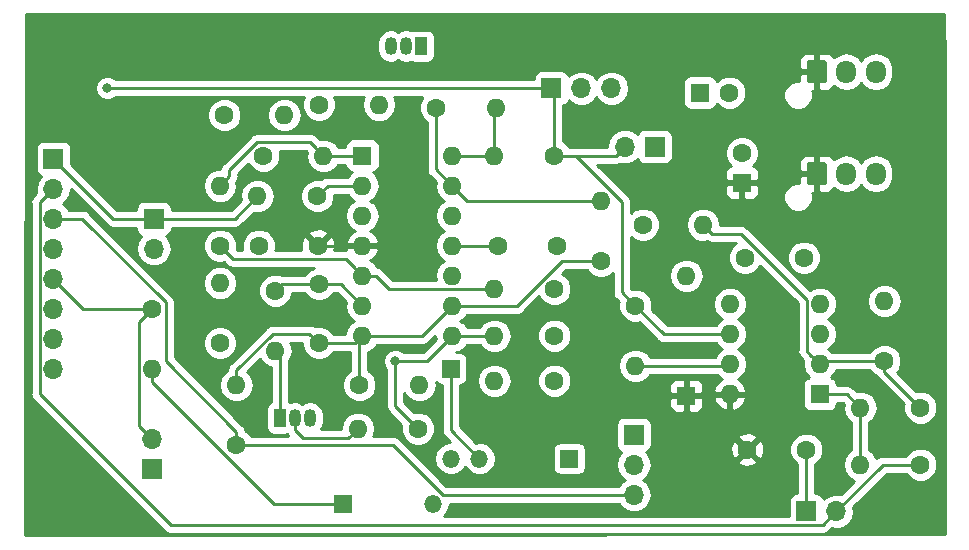
<source format=gbr>
G04 #@! TF.GenerationSoftware,KiCad,Pcbnew,(5.0.1)-rc2*
G04 #@! TF.CreationDate,2018-12-16T20:49:02-05:00*
G04 #@! TF.ProjectId,vco3,76636F332E6B696361645F7063620000,rev?*
G04 #@! TF.SameCoordinates,Original*
G04 #@! TF.FileFunction,Copper,L1,Top,Signal*
G04 #@! TF.FilePolarity,Positive*
%FSLAX46Y46*%
G04 Gerber Fmt 4.6, Leading zero omitted, Abs format (unit mm)*
G04 Created by KiCad (PCBNEW (5.0.1)-rc2) date 12/16/2018 8:49:02 PM*
%MOMM*%
%LPD*%
G01*
G04 APERTURE LIST*
G04 #@! TA.AperFunction,ComponentPad*
%ADD10C,1.600000*%
G04 #@! TD*
G04 #@! TA.AperFunction,ComponentPad*
%ADD11R,1.600000X1.600000*%
G04 #@! TD*
G04 #@! TA.AperFunction,ComponentPad*
%ADD12O,1.700000X1.950000*%
G04 #@! TD*
G04 #@! TA.AperFunction,Conductor*
%ADD13C,0.100000*%
G04 #@! TD*
G04 #@! TA.AperFunction,ComponentPad*
%ADD14C,1.700000*%
G04 #@! TD*
G04 #@! TA.AperFunction,ComponentPad*
%ADD15O,1.700000X1.700000*%
G04 #@! TD*
G04 #@! TA.AperFunction,ComponentPad*
%ADD16R,1.700000X1.700000*%
G04 #@! TD*
G04 #@! TA.AperFunction,ComponentPad*
%ADD17R,1.500000X1.500000*%
G04 #@! TD*
G04 #@! TA.AperFunction,ComponentPad*
%ADD18O,1.500000X1.500000*%
G04 #@! TD*
G04 #@! TA.AperFunction,ComponentPad*
%ADD19O,1.600000X1.600000*%
G04 #@! TD*
G04 #@! TA.AperFunction,ComponentPad*
%ADD20R,1.050000X1.500000*%
G04 #@! TD*
G04 #@! TA.AperFunction,ComponentPad*
%ADD21O,1.050000X1.500000*%
G04 #@! TD*
G04 #@! TA.AperFunction,ViaPad*
%ADD22C,0.800000*%
G04 #@! TD*
G04 #@! TA.AperFunction,Conductor*
%ADD23C,0.250000*%
G04 #@! TD*
G04 #@! TA.AperFunction,Conductor*
%ADD24C,0.254000*%
G04 #@! TD*
G04 APERTURE END LIST*
D10*
G04 #@! TO.P,C6,2*
G04 #@! TO.N,GND*
X164846000Y-32806000D03*
D11*
G04 #@! TO.P,C6,1*
G04 #@! TO.N,+9V*
X164846000Y-35306000D03*
G04 #@! TD*
G04 #@! TO.P,C7,1*
G04 #@! TO.N,GND*
X161290000Y-27686000D03*
D10*
G04 #@! TO.P,C7,2*
G04 #@! TO.N,-9V*
X163790000Y-27686000D03*
G04 #@! TD*
G04 #@! TO.P,C1,1*
G04 #@! TO.N,GND*
X123952000Y-40640000D03*
G04 #@! TO.P,C1,2*
G04 #@! TO.N,+9V*
X128952000Y-40640000D03*
G04 #@! TD*
G04 #@! TO.P,C2,2*
G04 #@! TO.N,-9V*
X144225000Y-40640000D03*
G04 #@! TO.P,C2,1*
G04 #@! TO.N,GND*
X149225000Y-40640000D03*
G04 #@! TD*
G04 #@! TO.P,C3,1*
G04 #@! TO.N,GND*
X170307000Y-57912000D03*
G04 #@! TO.P,C3,2*
G04 #@! TO.N,+9V*
X165307000Y-57912000D03*
G04 #@! TD*
G04 #@! TO.P,C4,2*
G04 #@! TO.N,-9V*
X170100000Y-41656000D03*
G04 #@! TO.P,C4,1*
G04 #@! TO.N,GND*
X165100000Y-41656000D03*
G04 #@! TD*
G04 #@! TO.P,C5,1*
G04 #@! TO.N,Net-(C5-Pad1)*
X129032000Y-48895000D03*
G04 #@! TO.P,C5,2*
G04 #@! TO.N,Net-(C5-Pad2)*
X129032000Y-43895000D03*
G04 #@! TD*
D12*
G04 #@! TO.P,J4,3*
G04 #@! TO.N,-9V*
X176196000Y-25908000D03*
G04 #@! TO.P,J4,2*
G04 #@! TO.N,GND*
X173696000Y-25908000D03*
D13*
G04 #@! TD*
G04 #@! TO.N,+9V*
G04 #@! TO.C,J4*
G36*
X171820504Y-24934204D02*
X171844773Y-24937804D01*
X171868571Y-24943765D01*
X171891671Y-24952030D01*
X171913849Y-24962520D01*
X171934893Y-24975133D01*
X171954598Y-24989747D01*
X171972777Y-25006223D01*
X171989253Y-25024402D01*
X172003867Y-25044107D01*
X172016480Y-25065151D01*
X172026970Y-25087329D01*
X172035235Y-25110429D01*
X172041196Y-25134227D01*
X172044796Y-25158496D01*
X172046000Y-25183000D01*
X172046000Y-26633000D01*
X172044796Y-26657504D01*
X172041196Y-26681773D01*
X172035235Y-26705571D01*
X172026970Y-26728671D01*
X172016480Y-26750849D01*
X172003867Y-26771893D01*
X171989253Y-26791598D01*
X171972777Y-26809777D01*
X171954598Y-26826253D01*
X171934893Y-26840867D01*
X171913849Y-26853480D01*
X171891671Y-26863970D01*
X171868571Y-26872235D01*
X171844773Y-26878196D01*
X171820504Y-26881796D01*
X171796000Y-26883000D01*
X170596000Y-26883000D01*
X170571496Y-26881796D01*
X170547227Y-26878196D01*
X170523429Y-26872235D01*
X170500329Y-26863970D01*
X170478151Y-26853480D01*
X170457107Y-26840867D01*
X170437402Y-26826253D01*
X170419223Y-26809777D01*
X170402747Y-26791598D01*
X170388133Y-26771893D01*
X170375520Y-26750849D01*
X170365030Y-26728671D01*
X170356765Y-26705571D01*
X170350804Y-26681773D01*
X170347204Y-26657504D01*
X170346000Y-26633000D01*
X170346000Y-25183000D01*
X170347204Y-25158496D01*
X170350804Y-25134227D01*
X170356765Y-25110429D01*
X170365030Y-25087329D01*
X170375520Y-25065151D01*
X170388133Y-25044107D01*
X170402747Y-25024402D01*
X170419223Y-25006223D01*
X170437402Y-24989747D01*
X170457107Y-24975133D01*
X170478151Y-24962520D01*
X170500329Y-24952030D01*
X170523429Y-24943765D01*
X170547227Y-24937804D01*
X170571496Y-24934204D01*
X170596000Y-24933000D01*
X171796000Y-24933000D01*
X171820504Y-24934204D01*
X171820504Y-24934204D01*
G37*
D14*
G04 #@! TO.P,J4,1*
G04 #@! TO.N,+9V*
X171196000Y-25908000D03*
G04 #@! TD*
D13*
G04 #@! TO.N,+9V*
G04 #@! TO.C,J3*
G36*
X171820504Y-33570204D02*
X171844773Y-33573804D01*
X171868571Y-33579765D01*
X171891671Y-33588030D01*
X171913849Y-33598520D01*
X171934893Y-33611133D01*
X171954598Y-33625747D01*
X171972777Y-33642223D01*
X171989253Y-33660402D01*
X172003867Y-33680107D01*
X172016480Y-33701151D01*
X172026970Y-33723329D01*
X172035235Y-33746429D01*
X172041196Y-33770227D01*
X172044796Y-33794496D01*
X172046000Y-33819000D01*
X172046000Y-35269000D01*
X172044796Y-35293504D01*
X172041196Y-35317773D01*
X172035235Y-35341571D01*
X172026970Y-35364671D01*
X172016480Y-35386849D01*
X172003867Y-35407893D01*
X171989253Y-35427598D01*
X171972777Y-35445777D01*
X171954598Y-35462253D01*
X171934893Y-35476867D01*
X171913849Y-35489480D01*
X171891671Y-35499970D01*
X171868571Y-35508235D01*
X171844773Y-35514196D01*
X171820504Y-35517796D01*
X171796000Y-35519000D01*
X170596000Y-35519000D01*
X170571496Y-35517796D01*
X170547227Y-35514196D01*
X170523429Y-35508235D01*
X170500329Y-35499970D01*
X170478151Y-35489480D01*
X170457107Y-35476867D01*
X170437402Y-35462253D01*
X170419223Y-35445777D01*
X170402747Y-35427598D01*
X170388133Y-35407893D01*
X170375520Y-35386849D01*
X170365030Y-35364671D01*
X170356765Y-35341571D01*
X170350804Y-35317773D01*
X170347204Y-35293504D01*
X170346000Y-35269000D01*
X170346000Y-33819000D01*
X170347204Y-33794496D01*
X170350804Y-33770227D01*
X170356765Y-33746429D01*
X170365030Y-33723329D01*
X170375520Y-33701151D01*
X170388133Y-33680107D01*
X170402747Y-33660402D01*
X170419223Y-33642223D01*
X170437402Y-33625747D01*
X170457107Y-33611133D01*
X170478151Y-33598520D01*
X170500329Y-33588030D01*
X170523429Y-33579765D01*
X170547227Y-33573804D01*
X170571496Y-33570204D01*
X170596000Y-33569000D01*
X171796000Y-33569000D01*
X171820504Y-33570204D01*
X171820504Y-33570204D01*
G37*
D14*
G04 #@! TD*
G04 #@! TO.P,J3,1*
G04 #@! TO.N,+9V*
X171196000Y-34544000D03*
D12*
G04 #@! TO.P,J3,2*
G04 #@! TO.N,GND*
X173696000Y-34544000D03*
G04 #@! TO.P,J3,3*
G04 #@! TO.N,-9V*
X176196000Y-34544000D03*
G04 #@! TD*
D15*
G04 #@! TO.P,J1,2*
G04 #@! TO.N,GND*
X115062000Y-40894000D03*
D16*
G04 #@! TO.P,J1,1*
G04 #@! TO.N,CV_In*
X115062000Y-38354000D03*
G04 #@! TD*
G04 #@! TO.P,J5,1*
G04 #@! TO.N,GND*
X170307000Y-63119000D03*
D15*
G04 #@! TO.P,J5,2*
G04 #@! TO.N,MixOut*
X172847000Y-63119000D03*
G04 #@! TD*
G04 #@! TO.P,J6,2*
G04 #@! TO.N,SawOut*
X154940000Y-32258000D03*
D16*
G04 #@! TO.P,J6,1*
G04 #@! TO.N,GND*
X157480000Y-32258000D03*
G04 #@! TD*
G04 #@! TO.P,J7,1*
G04 #@! TO.N,GND*
X114935000Y-59563000D03*
D15*
G04 #@! TO.P,J7,2*
G04 #@! TO.N,TuneOut*
X114935000Y-57023000D03*
G04 #@! TD*
G04 #@! TO.P,RV1,3*
G04 #@! TO.N,Net-(RV1-Pad3)*
X153797000Y-27305000D03*
G04 #@! TO.P,RV1,2*
G04 #@! TO.N,Net-(R10-Pad1)*
X151257000Y-27305000D03*
D16*
G04 #@! TO.P,RV1,1*
G04 #@! TO.N,SawOut*
X148717000Y-27305000D03*
G04 #@! TD*
G04 #@! TO.P,RV2,1*
G04 #@! TO.N,Net-(RV2-Pad1)*
X155702000Y-56642000D03*
D15*
G04 #@! TO.P,RV2,2*
G04 #@! TO.N,Net-(R9-Pad2)*
X155702000Y-59182000D03*
G04 #@! TO.P,RV2,3*
G04 #@! TO.N,SubTriOut*
X155702000Y-61722000D03*
G04 #@! TD*
D16*
G04 #@! TO.P,J2,1*
G04 #@! TO.N,CV_In*
X106553000Y-33274000D03*
D15*
G04 #@! TO.P,J2,2*
G04 #@! TO.N,MixOut*
X106553000Y-35814000D03*
G04 #@! TO.P,J2,3*
G04 #@! TO.N,SubTriOut*
X106553000Y-38354000D03*
G04 #@! TO.P,J2,4*
G04 #@! TO.N,SawOut*
X106553000Y-40894000D03*
G04 #@! TO.P,J2,5*
G04 #@! TO.N,TuneOut*
X106553000Y-43434000D03*
G04 #@! TO.P,J2,6*
G04 #@! TO.N,+9V*
X106553000Y-45974000D03*
G04 #@! TO.P,J2,7*
G04 #@! TO.N,GND*
X106553000Y-48514000D03*
G04 #@! TO.P,J2,8*
G04 #@! TO.N,-9V*
X106553000Y-51054000D03*
G04 #@! TD*
D17*
G04 #@! TO.P,D3,1*
G04 #@! TO.N,Net-(D3-Pad1)*
X131064000Y-62484000D03*
D18*
G04 #@! TO.P,D3,2*
G04 #@! TO.N,Net-(D3-Pad2)*
X138684000Y-62484000D03*
G04 #@! TD*
G04 #@! TO.P,D2,2*
G04 #@! TO.N,GND*
X140208000Y-58674000D03*
D17*
G04 #@! TO.P,D2,1*
G04 #@! TO.N,Net-(D1-Pad2)*
X140208000Y-51054000D03*
G04 #@! TD*
G04 #@! TO.P,D1,1*
G04 #@! TO.N,GND*
X150241000Y-58674000D03*
D18*
G04 #@! TO.P,D1,2*
G04 #@! TO.N,Net-(D1-Pad2)*
X142621000Y-58674000D03*
G04 #@! TD*
D11*
G04 #@! TO.P,D4,1*
G04 #@! TO.N,+9V*
X160147000Y-53340000D03*
D19*
G04 #@! TO.P,D4,2*
G04 #@! TO.N,-9V*
X160147000Y-43180000D03*
G04 #@! TD*
D11*
G04 #@! TO.P,U1,1*
G04 #@! TO.N,Net-(R2-Pad1)*
X132715000Y-33020000D03*
D19*
G04 #@! TO.P,U1,8*
G04 #@! TO.N,Net-(R14-Pad2)*
X140335000Y-48260000D03*
G04 #@! TO.P,U1,2*
G04 #@! TO.N,Net-(R1-Pad1)*
X132715000Y-35560000D03*
G04 #@! TO.P,U1,9*
G04 #@! TO.N,Net-(C5-Pad1)*
X140335000Y-45720000D03*
G04 #@! TO.P,U1,3*
G04 #@! TO.N,GND*
X132715000Y-38100000D03*
G04 #@! TO.P,U1,10*
G04 #@! TO.N,Net-(D1-Pad2)*
X140335000Y-43180000D03*
G04 #@! TO.P,U1,4*
G04 #@! TO.N,+9V*
X132715000Y-40640000D03*
G04 #@! TO.P,U1,11*
G04 #@! TO.N,-9V*
X140335000Y-40640000D03*
G04 #@! TO.P,U1,5*
G04 #@! TO.N,Net-(R4-Pad1)*
X132715000Y-43180000D03*
G04 #@! TO.P,U1,12*
G04 #@! TO.N,Net-(Q2-Pad1)*
X140335000Y-38100000D03*
G04 #@! TO.P,U1,6*
G04 #@! TO.N,Net-(C5-Pad2)*
X132715000Y-45720000D03*
G04 #@! TO.P,U1,13*
G04 #@! TO.N,Net-(R17-Pad2)*
X140335000Y-35560000D03*
G04 #@! TO.P,U1,7*
G04 #@! TO.N,Net-(C5-Pad1)*
X132715000Y-48260000D03*
G04 #@! TO.P,U1,14*
G04 #@! TO.N,Net-(R19-Pad2)*
X140335000Y-33020000D03*
G04 #@! TD*
D11*
G04 #@! TO.P,U2,1*
G04 #@! TO.N,Net-(R12-Pad2)*
X171450000Y-53213000D03*
D19*
G04 #@! TO.P,U2,5*
G04 #@! TO.N,GND*
X163830000Y-45593000D03*
G04 #@! TO.P,U2,2*
G04 #@! TO.N,Net-(R10-Pad2)*
X171450000Y-50673000D03*
G04 #@! TO.P,U2,6*
G04 #@! TO.N,SawOut*
X163830000Y-48133000D03*
G04 #@! TO.P,U2,3*
G04 #@! TO.N,GND*
X171450000Y-48133000D03*
G04 #@! TO.P,U2,7*
G04 #@! TO.N,Net-(D3-Pad2)*
X163830000Y-50673000D03*
G04 #@! TO.P,U2,4*
G04 #@! TO.N,-9V*
X171450000Y-45593000D03*
G04 #@! TO.P,U2,8*
G04 #@! TO.N,+9V*
X163830000Y-53213000D03*
G04 #@! TD*
D20*
G04 #@! TO.P,Q2,1*
G04 #@! TO.N,Net-(Q2-Pad1)*
X137668000Y-23749000D03*
D21*
G04 #@! TO.P,Q2,3*
G04 #@! TO.N,GND*
X135128000Y-23749000D03*
G04 #@! TO.P,Q2,2*
G04 #@! TO.N,Net-(Q2-Pad2)*
X136398000Y-23749000D03*
G04 #@! TD*
G04 #@! TO.P,Q1,2*
G04 #@! TO.N,Net-(Q1-Pad2)*
X127000000Y-55245000D03*
G04 #@! TO.P,Q1,3*
G04 #@! TO.N,GND*
X128270000Y-55245000D03*
D20*
G04 #@! TO.P,Q1,1*
G04 #@! TO.N,Net-(Q1-Pad1)*
X125730000Y-55245000D03*
G04 #@! TD*
D19*
G04 #@! TO.P,R11,2*
G04 #@! TO.N,Net-(C5-Pad1)*
X122047000Y-52451000D03*
D10*
G04 #@! TO.P,R11,1*
G04 #@! TO.N,SubTriOut*
X122047000Y-57531000D03*
G04 #@! TD*
G04 #@! TO.P,R22,1*
G04 #@! TO.N,TuneOut*
X114935000Y-45974000D03*
D19*
G04 #@! TO.P,R22,2*
G04 #@! TO.N,Net-(D3-Pad1)*
X114935000Y-51054000D03*
G04 #@! TD*
G04 #@! TO.P,R21,2*
G04 #@! TO.N,Net-(R12-Pad2)*
X174879000Y-59182000D03*
D10*
G04 #@! TO.P,R21,1*
G04 #@! TO.N,MixOut*
X179959000Y-59182000D03*
G04 #@! TD*
G04 #@! TO.P,R20,1*
G04 #@! TO.N,SawOut*
X148971000Y-33020000D03*
D19*
G04 #@! TO.P,R20,2*
G04 #@! TO.N,Net-(R19-Pad2)*
X143891000Y-33020000D03*
G04 #@! TD*
G04 #@! TO.P,R19,2*
G04 #@! TO.N,Net-(R19-Pad2)*
X144018000Y-28956000D03*
D10*
G04 #@! TO.P,R19,1*
G04 #@! TO.N,Net-(R17-Pad2)*
X138938000Y-28956000D03*
G04 #@! TD*
G04 #@! TO.P,R18,1*
G04 #@! TO.N,Net-(C5-Pad1)*
X132461000Y-52451000D03*
D19*
G04 #@! TO.P,R18,2*
G04 #@! TO.N,Net-(Q2-Pad1)*
X137541000Y-52451000D03*
G04 #@! TD*
G04 #@! TO.P,R17,2*
G04 #@! TO.N,Net-(R17-Pad2)*
X152908000Y-36830000D03*
D10*
G04 #@! TO.P,R17,1*
G04 #@! TO.N,Net-(C5-Pad1)*
X152908000Y-41910000D03*
G04 #@! TD*
G04 #@! TO.P,R16,1*
G04 #@! TO.N,SubSqrOut*
X148971000Y-48260000D03*
D19*
G04 #@! TO.P,R16,2*
G04 #@! TO.N,Net-(R14-Pad2)*
X143891000Y-48260000D03*
G04 #@! TD*
G04 #@! TO.P,R15,2*
G04 #@! TO.N,Net-(R14-Pad2)*
X134112000Y-28702000D03*
D10*
G04 #@! TO.P,R15,1*
G04 #@! TO.N,Net-(Q2-Pad2)*
X129032000Y-28702000D03*
G04 #@! TD*
G04 #@! TO.P,R14,1*
G04 #@! TO.N,GND*
X148971000Y-52070000D03*
D19*
G04 #@! TO.P,R14,2*
G04 #@! TO.N,Net-(R14-Pad2)*
X143891000Y-52070000D03*
G04 #@! TD*
G04 #@! TO.P,R10,2*
G04 #@! TO.N,Net-(R10-Pad2)*
X161544000Y-38862000D03*
D10*
G04 #@! TO.P,R10,1*
G04 #@! TO.N,Net-(R10-Pad1)*
X156464000Y-38862000D03*
G04 #@! TD*
G04 #@! TO.P,R9,1*
G04 #@! TO.N,Net-(R10-Pad2)*
X176911000Y-50419000D03*
D19*
G04 #@! TO.P,R9,2*
G04 #@! TO.N,Net-(R9-Pad2)*
X176911000Y-45339000D03*
G04 #@! TD*
G04 #@! TO.P,R8,2*
G04 #@! TO.N,Net-(Q1-Pad2)*
X132334000Y-56134000D03*
D10*
G04 #@! TO.P,R8,1*
G04 #@! TO.N,Net-(R14-Pad2)*
X137414000Y-56134000D03*
G04 #@! TD*
G04 #@! TO.P,R7,1*
G04 #@! TO.N,Net-(C5-Pad2)*
X125349000Y-44450000D03*
D19*
G04 #@! TO.P,R7,2*
G04 #@! TO.N,Net-(Q1-Pad1)*
X125349000Y-49530000D03*
G04 #@! TD*
G04 #@! TO.P,R6,2*
G04 #@! TO.N,Net-(R4-Pad1)*
X120650000Y-43815000D03*
D10*
G04 #@! TO.P,R6,1*
G04 #@! TO.N,GND*
X120650000Y-48895000D03*
G04 #@! TD*
G04 #@! TO.P,R1,1*
G04 #@! TO.N,Net-(R1-Pad1)*
X128905000Y-36449000D03*
D19*
G04 #@! TO.P,R1,2*
G04 #@! TO.N,CV_In*
X123825000Y-36449000D03*
G04 #@! TD*
G04 #@! TO.P,R2,2*
G04 #@! TO.N,Net-(R1-Pad1)*
X126111000Y-29591000D03*
D10*
G04 #@! TO.P,R2,1*
G04 #@! TO.N,Net-(R2-Pad1)*
X121031000Y-29591000D03*
G04 #@! TD*
G04 #@! TO.P,R3,1*
G04 #@! TO.N,Net-(Q1-Pad1)*
X124333000Y-33020000D03*
D19*
G04 #@! TO.P,R3,2*
G04 #@! TO.N,Net-(R2-Pad1)*
X129413000Y-33020000D03*
G04 #@! TD*
G04 #@! TO.P,R4,2*
G04 #@! TO.N,Net-(R2-Pad1)*
X120650000Y-35560000D03*
D10*
G04 #@! TO.P,R4,1*
G04 #@! TO.N,Net-(R4-Pad1)*
X120650000Y-40640000D03*
G04 #@! TD*
G04 #@! TO.P,R5,1*
G04 #@! TO.N,GND*
X148971000Y-44323000D03*
D19*
G04 #@! TO.P,R5,2*
G04 #@! TO.N,Net-(R4-Pad1)*
X143891000Y-44323000D03*
G04 #@! TD*
G04 #@! TO.P,R12,2*
G04 #@! TO.N,Net-(R12-Pad2)*
X174879000Y-54356000D03*
D10*
G04 #@! TO.P,R12,1*
G04 #@! TO.N,Net-(R10-Pad2)*
X179959000Y-54356000D03*
G04 #@! TD*
G04 #@! TO.P,R13,1*
G04 #@! TO.N,SawOut*
X155829000Y-45720000D03*
D19*
G04 #@! TO.P,R13,2*
G04 #@! TO.N,Net-(D3-Pad2)*
X155829000Y-50800000D03*
G04 #@! TD*
D22*
G04 #@! TO.N,SawOut*
X111125000Y-27305000D03*
G04 #@! TO.N,Net-(R14-Pad2)*
X135509000Y-50419000D03*
G04 #@! TD*
D23*
G04 #@! TO.N,GND*
X170307000Y-57912000D02*
X170307000Y-63119000D01*
G04 #@! TO.N,+9V*
X130083370Y-40640000D02*
X132715000Y-40640000D01*
X128952000Y-40640000D02*
X130083370Y-40640000D01*
X163830000Y-56435000D02*
X165307000Y-57912000D01*
X163830000Y-53213000D02*
X163830000Y-56435000D01*
G04 #@! TO.N,-9V*
X141466370Y-40640000D02*
X144225000Y-40640000D01*
X140335000Y-40640000D02*
X141466370Y-40640000D01*
G04 #@! TO.N,Net-(C5-Pad1)*
X132080000Y-48895000D02*
X132715000Y-48260000D01*
X129032000Y-48895000D02*
X132080000Y-48895000D01*
X137795000Y-48260000D02*
X140335000Y-45720000D01*
X132715000Y-48260000D02*
X137795000Y-48260000D01*
X151776630Y-41910000D02*
X152908000Y-41910000D01*
X149620002Y-41910000D02*
X151776630Y-41910000D01*
X145810002Y-45720000D02*
X149620002Y-41910000D01*
X140335000Y-45720000D02*
X145810002Y-45720000D01*
X128232001Y-48095001D02*
X129032000Y-48895000D01*
X125118997Y-48095001D02*
X128232001Y-48095001D01*
X122047000Y-51166998D02*
X125118997Y-48095001D01*
X122047000Y-52451000D02*
X122047000Y-51166998D01*
X132461000Y-48514000D02*
X132715000Y-48260000D01*
X132461000Y-52451000D02*
X132461000Y-48514000D01*
G04 #@! TO.N,Net-(C5-Pad2)*
X130890000Y-43895000D02*
X129032000Y-43895000D01*
X132715000Y-45720000D02*
X130890000Y-43895000D01*
X125904000Y-43895000D02*
X125349000Y-44450000D01*
X129032000Y-43895000D02*
X125904000Y-43895000D01*
G04 #@! TO.N,Net-(D1-Pad2)*
X140208000Y-56261000D02*
X142621000Y-58674000D01*
X140208000Y-51054000D02*
X140208000Y-56261000D01*
G04 #@! TO.N,Net-(D3-Pad2)*
X163703000Y-50800000D02*
X163830000Y-50673000D01*
X155829000Y-50800000D02*
X163703000Y-50800000D01*
G04 #@! TO.N,TuneOut*
X109093000Y-45974000D02*
X106553000Y-43434000D01*
X114935000Y-45974000D02*
X109093000Y-45974000D01*
X114085001Y-56173001D02*
X114935000Y-57023000D01*
X113809999Y-55897999D02*
X114085001Y-56173001D01*
X113809999Y-47099001D02*
X113809999Y-55897999D01*
X114935000Y-45974000D02*
X113809999Y-47099001D01*
G04 #@! TO.N,CV_In*
X121920000Y-38354000D02*
X115062000Y-38354000D01*
X123825000Y-36449000D02*
X121920000Y-38354000D01*
X111633000Y-38354000D02*
X106553000Y-33274000D01*
X115062000Y-38354000D02*
X111633000Y-38354000D01*
G04 #@! TO.N,SubTriOut*
X154499919Y-61722000D02*
X155702000Y-61722000D01*
X139513002Y-61722000D02*
X154499919Y-61722000D01*
X135322002Y-57531000D02*
X139513002Y-61722000D01*
X122047000Y-57531000D02*
X135322002Y-57531000D01*
X107755081Y-38354000D02*
X106553000Y-38354000D01*
X108980002Y-38354000D02*
X107755081Y-38354000D01*
X116060001Y-45433999D02*
X108980002Y-38354000D01*
X116060001Y-50412631D02*
X116060001Y-45433999D01*
X122047000Y-56399630D02*
X116060001Y-50412631D01*
X122047000Y-57531000D02*
X122047000Y-56399630D01*
G04 #@! TO.N,SawOut*
X158242000Y-48133000D02*
X163830000Y-48133000D01*
X155829000Y-45720000D02*
X158242000Y-48133000D01*
X150102370Y-33020000D02*
X148971000Y-33020000D01*
X150763002Y-33020000D02*
X150102370Y-33020000D01*
X154686000Y-36942998D02*
X150763002Y-33020000D01*
X154686000Y-44577000D02*
X154686000Y-36942998D01*
X155829000Y-45720000D02*
X154686000Y-44577000D01*
X148971000Y-27559000D02*
X148717000Y-27305000D01*
X148971000Y-33020000D02*
X148971000Y-27559000D01*
X154178000Y-33020000D02*
X154940000Y-32258000D01*
X148971000Y-33020000D02*
X154178000Y-33020000D01*
X148717000Y-27305000D02*
X111125000Y-27305000D01*
X111125000Y-27305000D02*
X111125000Y-27305000D01*
G04 #@! TO.N,Net-(Q1-Pad1)*
X125730000Y-49911000D02*
X125349000Y-49530000D01*
X125730000Y-55245000D02*
X125730000Y-49911000D01*
G04 #@! TO.N,Net-(Q1-Pad2)*
X131534001Y-56933999D02*
X132334000Y-56134000D01*
X127688999Y-56933999D02*
X131534001Y-56933999D01*
X127000000Y-56245000D02*
X127688999Y-56933999D01*
X127000000Y-55245000D02*
X127000000Y-56245000D01*
G04 #@! TO.N,Net-(R1-Pad1)*
X129794000Y-35560000D02*
X128905000Y-36449000D01*
X132715000Y-35560000D02*
X129794000Y-35560000D01*
G04 #@! TO.N,Net-(R2-Pad1)*
X130544370Y-33020000D02*
X132715000Y-33020000D01*
X129413000Y-33020000D02*
X130544370Y-33020000D01*
X128613001Y-32220001D02*
X129413000Y-33020000D01*
X128287999Y-31894999D02*
X128613001Y-32220001D01*
X123792999Y-31894999D02*
X128287999Y-31894999D01*
X121449999Y-34237999D02*
X123792999Y-31894999D01*
X121449999Y-34760001D02*
X121449999Y-34237999D01*
X120650000Y-35560000D02*
X121449999Y-34760001D01*
G04 #@! TO.N,Net-(R4-Pad1)*
X131915001Y-42380001D02*
X132715000Y-43180000D01*
X131300001Y-41765001D02*
X131915001Y-42380001D01*
X121775001Y-41765001D02*
X131300001Y-41765001D01*
X120650000Y-40640000D02*
X121775001Y-41765001D01*
X142759630Y-44323000D02*
X143891000Y-44323000D01*
X134989370Y-44323000D02*
X142759630Y-44323000D01*
X133846370Y-43180000D02*
X134989370Y-44323000D01*
X132715000Y-43180000D02*
X133846370Y-43180000D01*
G04 #@! TO.N,Net-(R14-Pad2)*
X141466370Y-48260000D02*
X143891000Y-48260000D01*
X140335000Y-48260000D02*
X141466370Y-48260000D01*
X135491001Y-54211001D02*
X137414000Y-56134000D01*
X135509000Y-54193002D02*
X135509000Y-50419000D01*
X135491001Y-54211001D02*
X135509000Y-54193002D01*
X138176000Y-50419000D02*
X140335000Y-48260000D01*
X135509000Y-50419000D02*
X138176000Y-50419000D01*
G04 #@! TO.N,Net-(R10-Pad2)*
X171704000Y-50419000D02*
X171450000Y-50673000D01*
X176911000Y-50419000D02*
X171704000Y-50419000D01*
X176911000Y-51308000D02*
X176911000Y-50419000D01*
X179959000Y-54356000D02*
X176911000Y-51308000D01*
X170650001Y-49873001D02*
X171450000Y-50673000D01*
X170324999Y-49547999D02*
X170650001Y-49873001D01*
X170324999Y-45215997D02*
X170324999Y-49547999D01*
X164771001Y-39661999D02*
X170324999Y-45215997D01*
X162343999Y-39661999D02*
X164771001Y-39661999D01*
X161544000Y-38862000D02*
X162343999Y-39661999D01*
G04 #@! TO.N,MixOut*
X176784000Y-59182000D02*
X179959000Y-59182000D01*
X172847000Y-63119000D02*
X176784000Y-59182000D01*
X105703001Y-36663999D02*
X106553000Y-35814000D01*
X105377999Y-36989001D02*
X105703001Y-36663999D01*
X105377999Y-53180999D02*
X105377999Y-36989001D01*
X116491001Y-64294001D02*
X105377999Y-53180999D01*
X171671999Y-64294001D02*
X116491001Y-64294001D01*
X172847000Y-63119000D02*
X171671999Y-64294001D01*
G04 #@! TO.N,Net-(R17-Pad2)*
X141605000Y-36830000D02*
X152908000Y-36830000D01*
X140335000Y-35560000D02*
X141605000Y-36830000D01*
X138938000Y-34163000D02*
X140335000Y-35560000D01*
X138938000Y-28956000D02*
X138938000Y-34163000D01*
G04 #@! TO.N,Net-(R19-Pad2)*
X140335000Y-33020000D02*
X143891000Y-33020000D01*
X143891000Y-29083000D02*
X144018000Y-28956000D01*
X143891000Y-33020000D02*
X143891000Y-29083000D01*
G04 #@! TO.N,Net-(R12-Pad2)*
X173736000Y-53213000D02*
X174879000Y-54356000D01*
X171450000Y-53213000D02*
X173736000Y-53213000D01*
X174879000Y-58050630D02*
X174879000Y-54356000D01*
X174879000Y-59182000D02*
X174879000Y-58050630D01*
G04 #@! TO.N,Net-(D3-Pad1)*
X114935000Y-52185370D02*
X114935000Y-51054000D01*
X125233630Y-62484000D02*
X114935000Y-52185370D01*
X131064000Y-62484000D02*
X125233630Y-62484000D01*
G04 #@! TD*
D24*
G04 #@! TO.N,+9V*
G36*
X182018000Y-25312807D02*
X182018001Y-65025145D01*
X171724440Y-65058458D01*
X171746846Y-65054001D01*
X171746851Y-65054001D01*
X171968536Y-65009905D01*
X172219928Y-64841930D01*
X172262330Y-64778471D01*
X172480592Y-64560209D01*
X172700744Y-64604000D01*
X172993256Y-64604000D01*
X173426418Y-64517839D01*
X173917625Y-64189625D01*
X174245839Y-63698418D01*
X174361092Y-63119000D01*
X174288209Y-62752592D01*
X177098802Y-59942000D01*
X178720570Y-59942000D01*
X178742466Y-59994862D01*
X179146138Y-60398534D01*
X179673561Y-60617000D01*
X180244439Y-60617000D01*
X180771862Y-60398534D01*
X181175534Y-59994862D01*
X181394000Y-59467439D01*
X181394000Y-58896561D01*
X181175534Y-58369138D01*
X180771862Y-57965466D01*
X180244439Y-57747000D01*
X179673561Y-57747000D01*
X179146138Y-57965466D01*
X178742466Y-58369138D01*
X178720570Y-58422000D01*
X176858848Y-58422000D01*
X176784000Y-58407112D01*
X176709152Y-58422000D01*
X176709148Y-58422000D01*
X176535605Y-58456520D01*
X176487462Y-58466096D01*
X176424749Y-58508000D01*
X176236071Y-58634071D01*
X176233799Y-58637471D01*
X176230740Y-58622091D01*
X175913577Y-58147423D01*
X175639000Y-57963957D01*
X175639000Y-55574043D01*
X175913577Y-55390577D01*
X176230740Y-54915909D01*
X176342113Y-54356000D01*
X176230740Y-53796091D01*
X175913577Y-53321423D01*
X175438909Y-53004260D01*
X175020333Y-52921000D01*
X174737667Y-52921000D01*
X174555113Y-52957312D01*
X174326331Y-52728530D01*
X174283929Y-52665071D01*
X174032537Y-52497096D01*
X173810852Y-52453000D01*
X173810847Y-52453000D01*
X173736000Y-52438112D01*
X173661153Y-52453000D01*
X172897440Y-52453000D01*
X172897440Y-52413000D01*
X172848157Y-52165235D01*
X172707809Y-51955191D01*
X172497765Y-51814843D01*
X172363894Y-51788215D01*
X172484577Y-51707577D01*
X172801740Y-51232909D01*
X172812463Y-51179000D01*
X175672570Y-51179000D01*
X175694466Y-51231862D01*
X176098138Y-51635534D01*
X176260838Y-51702927D01*
X176363071Y-51855929D01*
X176426530Y-51898331D01*
X178545897Y-54017698D01*
X178524000Y-54070561D01*
X178524000Y-54641439D01*
X178742466Y-55168862D01*
X179146138Y-55572534D01*
X179673561Y-55791000D01*
X180244439Y-55791000D01*
X180771862Y-55572534D01*
X181175534Y-55168862D01*
X181394000Y-54641439D01*
X181394000Y-54070561D01*
X181175534Y-53543138D01*
X180771862Y-53139466D01*
X180244439Y-52921000D01*
X179673561Y-52921000D01*
X179620698Y-52942897D01*
X178018599Y-51340797D01*
X178127534Y-51231862D01*
X178346000Y-50704439D01*
X178346000Y-50133561D01*
X178127534Y-49606138D01*
X177723862Y-49202466D01*
X177196439Y-48984000D01*
X176625561Y-48984000D01*
X176098138Y-49202466D01*
X175694466Y-49606138D01*
X175672570Y-49659000D01*
X172498326Y-49659000D01*
X172484577Y-49638423D01*
X172132242Y-49403000D01*
X172484577Y-49167577D01*
X172801740Y-48692909D01*
X172913113Y-48133000D01*
X172801740Y-47573091D01*
X172484577Y-47098423D01*
X172132242Y-46863000D01*
X172484577Y-46627577D01*
X172801740Y-46152909D01*
X172913113Y-45593000D01*
X172862590Y-45339000D01*
X175447887Y-45339000D01*
X175559260Y-45898909D01*
X175876423Y-46373577D01*
X176351091Y-46690740D01*
X176769667Y-46774000D01*
X177052333Y-46774000D01*
X177470909Y-46690740D01*
X177945577Y-46373577D01*
X178262740Y-45898909D01*
X178374113Y-45339000D01*
X178262740Y-44779091D01*
X177945577Y-44304423D01*
X177470909Y-43987260D01*
X177052333Y-43904000D01*
X176769667Y-43904000D01*
X176351091Y-43987260D01*
X175876423Y-44304423D01*
X175559260Y-44779091D01*
X175447887Y-45339000D01*
X172862590Y-45339000D01*
X172801740Y-45033091D01*
X172484577Y-44558423D01*
X172009909Y-44241260D01*
X171591333Y-44158000D01*
X171308667Y-44158000D01*
X170890091Y-44241260D01*
X170611328Y-44427523D01*
X167554365Y-41370561D01*
X168665000Y-41370561D01*
X168665000Y-41941439D01*
X168883466Y-42468862D01*
X169287138Y-42872534D01*
X169814561Y-43091000D01*
X170385439Y-43091000D01*
X170912862Y-42872534D01*
X171316534Y-42468862D01*
X171535000Y-41941439D01*
X171535000Y-41370561D01*
X171316534Y-40843138D01*
X170912862Y-40439466D01*
X170385439Y-40221000D01*
X169814561Y-40221000D01*
X169287138Y-40439466D01*
X168883466Y-40843138D01*
X168665000Y-41370561D01*
X167554365Y-41370561D01*
X165361332Y-39177529D01*
X165318930Y-39114070D01*
X165067538Y-38946095D01*
X164845853Y-38901999D01*
X164845848Y-38901999D01*
X164771001Y-38887111D01*
X164696154Y-38901999D01*
X162999157Y-38901999D01*
X163007113Y-38862000D01*
X162895740Y-38302091D01*
X162578577Y-37827423D01*
X162103909Y-37510260D01*
X161685333Y-37427000D01*
X161402667Y-37427000D01*
X160984091Y-37510260D01*
X160509423Y-37827423D01*
X160192260Y-38302091D01*
X160080887Y-38862000D01*
X160192260Y-39421909D01*
X160509423Y-39896577D01*
X160984091Y-40213740D01*
X161402667Y-40297000D01*
X161685333Y-40297000D01*
X161871084Y-40260052D01*
X161984901Y-40336101D01*
X162047462Y-40377903D01*
X162269147Y-40421999D01*
X162269151Y-40421999D01*
X162343998Y-40436887D01*
X162418845Y-40421999D01*
X164329307Y-40421999D01*
X164287138Y-40439466D01*
X163883466Y-40843138D01*
X163665000Y-41370561D01*
X163665000Y-41941439D01*
X163883466Y-42468862D01*
X164287138Y-42872534D01*
X164814561Y-43091000D01*
X165385439Y-43091000D01*
X165912862Y-42872534D01*
X166316534Y-42468862D01*
X166371167Y-42336967D01*
X169564999Y-45530800D01*
X169565000Y-49473147D01*
X169550111Y-49547999D01*
X169609096Y-49844536D01*
X169722644Y-50014472D01*
X169777071Y-50095928D01*
X169840527Y-50138328D01*
X170051312Y-50349113D01*
X169986887Y-50673000D01*
X170098260Y-51232909D01*
X170415423Y-51707577D01*
X170536106Y-51788215D01*
X170402235Y-51814843D01*
X170192191Y-51955191D01*
X170051843Y-52165235D01*
X170002560Y-52413000D01*
X170002560Y-54013000D01*
X170051843Y-54260765D01*
X170192191Y-54470809D01*
X170402235Y-54611157D01*
X170650000Y-54660440D01*
X172250000Y-54660440D01*
X172497765Y-54611157D01*
X172707809Y-54470809D01*
X172848157Y-54260765D01*
X172897440Y-54013000D01*
X172897440Y-53973000D01*
X173421199Y-53973000D01*
X173480312Y-54032113D01*
X173415887Y-54356000D01*
X173527260Y-54915909D01*
X173844423Y-55390577D01*
X174119001Y-55574044D01*
X174119000Y-57963956D01*
X173844423Y-58147423D01*
X173527260Y-58622091D01*
X173415887Y-59182000D01*
X173527260Y-59741909D01*
X173844423Y-60216577D01*
X174319091Y-60533740D01*
X174351093Y-60540106D01*
X173213408Y-61677791D01*
X172993256Y-61634000D01*
X172700744Y-61634000D01*
X172267582Y-61720161D01*
X171776375Y-62048375D01*
X171764184Y-62066619D01*
X171755157Y-62021235D01*
X171614809Y-61811191D01*
X171404765Y-61670843D01*
X171157000Y-61621560D01*
X171067000Y-61621560D01*
X171067000Y-59150430D01*
X171119862Y-59128534D01*
X171523534Y-58724862D01*
X171742000Y-58197439D01*
X171742000Y-57626561D01*
X171523534Y-57099138D01*
X171119862Y-56695466D01*
X170592439Y-56477000D01*
X170021561Y-56477000D01*
X169494138Y-56695466D01*
X169090466Y-57099138D01*
X168872000Y-57626561D01*
X168872000Y-58197439D01*
X169090466Y-58724862D01*
X169494138Y-59128534D01*
X169547000Y-59150430D01*
X169547001Y-61621560D01*
X169457000Y-61621560D01*
X169209235Y-61670843D01*
X168999191Y-61811191D01*
X168858843Y-62021235D01*
X168809560Y-62269000D01*
X168809560Y-63534001D01*
X139605496Y-63534001D01*
X139682529Y-63482529D01*
X139988641Y-63024400D01*
X140096133Y-62484000D01*
X140095735Y-62482000D01*
X154423822Y-62482000D01*
X154631375Y-62792625D01*
X155122582Y-63120839D01*
X155555744Y-63207000D01*
X155848256Y-63207000D01*
X156281418Y-63120839D01*
X156772625Y-62792625D01*
X157100839Y-62301418D01*
X157216092Y-61722000D01*
X157100839Y-61142582D01*
X156772625Y-60651375D01*
X156474239Y-60452000D01*
X156772625Y-60252625D01*
X157100839Y-59761418D01*
X157216092Y-59182000D01*
X157163927Y-58919745D01*
X164478861Y-58919745D01*
X164552995Y-59165864D01*
X165090223Y-59358965D01*
X165660454Y-59331778D01*
X166061005Y-59165864D01*
X166135139Y-58919745D01*
X165307000Y-58091605D01*
X164478861Y-58919745D01*
X157163927Y-58919745D01*
X157100839Y-58602582D01*
X156772625Y-58111375D01*
X156754381Y-58099184D01*
X156799765Y-58090157D01*
X157009809Y-57949809D01*
X157150157Y-57739765D01*
X157159016Y-57695223D01*
X163860035Y-57695223D01*
X163887222Y-58265454D01*
X164053136Y-58666005D01*
X164299255Y-58740139D01*
X165127395Y-57912000D01*
X165486605Y-57912000D01*
X166314745Y-58740139D01*
X166560864Y-58666005D01*
X166753965Y-58128777D01*
X166726778Y-57558546D01*
X166560864Y-57157995D01*
X166314745Y-57083861D01*
X165486605Y-57912000D01*
X165127395Y-57912000D01*
X164299255Y-57083861D01*
X164053136Y-57157995D01*
X163860035Y-57695223D01*
X157159016Y-57695223D01*
X157199440Y-57492000D01*
X157199440Y-56904255D01*
X164478861Y-56904255D01*
X165307000Y-57732395D01*
X166135139Y-56904255D01*
X166061005Y-56658136D01*
X165523777Y-56465035D01*
X164953546Y-56492222D01*
X164552995Y-56658136D01*
X164478861Y-56904255D01*
X157199440Y-56904255D01*
X157199440Y-55792000D01*
X157150157Y-55544235D01*
X157009809Y-55334191D01*
X156799765Y-55193843D01*
X156552000Y-55144560D01*
X154852000Y-55144560D01*
X154604235Y-55193843D01*
X154394191Y-55334191D01*
X154253843Y-55544235D01*
X154204560Y-55792000D01*
X154204560Y-57492000D01*
X154253843Y-57739765D01*
X154394191Y-57949809D01*
X154604235Y-58090157D01*
X154649619Y-58099184D01*
X154631375Y-58111375D01*
X154303161Y-58602582D01*
X154187908Y-59182000D01*
X154303161Y-59761418D01*
X154631375Y-60252625D01*
X154929761Y-60452000D01*
X154631375Y-60651375D01*
X154423822Y-60962000D01*
X139827804Y-60962000D01*
X135912333Y-57046530D01*
X135869931Y-56983071D01*
X135618539Y-56815096D01*
X135396854Y-56771000D01*
X135396849Y-56771000D01*
X135322002Y-56756112D01*
X135247155Y-56771000D01*
X133634229Y-56771000D01*
X133685740Y-56693909D01*
X133797113Y-56134000D01*
X133685740Y-55574091D01*
X133368577Y-55099423D01*
X132893909Y-54782260D01*
X132475333Y-54699000D01*
X132192667Y-54699000D01*
X131774091Y-54782260D01*
X131299423Y-55099423D01*
X130982260Y-55574091D01*
X130870887Y-56134000D01*
X130878843Y-56173999D01*
X129194722Y-56173999D01*
X129362695Y-55922608D01*
X129430000Y-55584245D01*
X129430000Y-54905754D01*
X129362695Y-54567391D01*
X129106313Y-54183687D01*
X128722608Y-53927305D01*
X128270000Y-53837275D01*
X127817391Y-53927305D01*
X127635000Y-54049175D01*
X127452608Y-53927305D01*
X127000000Y-53837275D01*
X126548133Y-53927157D01*
X126502765Y-53896843D01*
X126490000Y-53894304D01*
X126490000Y-50405304D01*
X126700740Y-50089909D01*
X126812113Y-49530000D01*
X126700740Y-48970091D01*
X126623839Y-48855001D01*
X127597000Y-48855001D01*
X127597000Y-49180439D01*
X127815466Y-49707862D01*
X128219138Y-50111534D01*
X128746561Y-50330000D01*
X129317439Y-50330000D01*
X129844862Y-50111534D01*
X130248534Y-49707862D01*
X130270430Y-49655000D01*
X131701001Y-49655000D01*
X131701000Y-51212570D01*
X131648138Y-51234466D01*
X131244466Y-51638138D01*
X131026000Y-52165561D01*
X131026000Y-52736439D01*
X131244466Y-53263862D01*
X131648138Y-53667534D01*
X132175561Y-53886000D01*
X132746439Y-53886000D01*
X133273862Y-53667534D01*
X133677534Y-53263862D01*
X133896000Y-52736439D01*
X133896000Y-52165561D01*
X133677534Y-51638138D01*
X133273862Y-51234466D01*
X133221000Y-51212570D01*
X133221000Y-49622463D01*
X133274909Y-49611740D01*
X133749577Y-49294577D01*
X133933043Y-49020000D01*
X137720153Y-49020000D01*
X137795000Y-49034888D01*
X137869847Y-49020000D01*
X137869852Y-49020000D01*
X138091537Y-48975904D01*
X138342929Y-48807929D01*
X138385331Y-48744470D01*
X138872405Y-48257397D01*
X138871887Y-48260000D01*
X138936312Y-48583886D01*
X137861199Y-49659000D01*
X136212711Y-49659000D01*
X136095280Y-49541569D01*
X135714874Y-49384000D01*
X135303126Y-49384000D01*
X134922720Y-49541569D01*
X134631569Y-49832720D01*
X134474000Y-50213126D01*
X134474000Y-50624874D01*
X134631569Y-51005280D01*
X134749001Y-51122712D01*
X134749000Y-54045667D01*
X134716113Y-54211001D01*
X134775098Y-54507538D01*
X134943072Y-54758930D01*
X135006530Y-54801331D01*
X136000897Y-55795698D01*
X135979000Y-55848561D01*
X135979000Y-56419439D01*
X136197466Y-56946862D01*
X136601138Y-57350534D01*
X137128561Y-57569000D01*
X137699439Y-57569000D01*
X138226862Y-57350534D01*
X138630534Y-56946862D01*
X138849000Y-56419439D01*
X138849000Y-55848561D01*
X138630534Y-55321138D01*
X138226862Y-54917466D01*
X137699439Y-54699000D01*
X137128561Y-54699000D01*
X137075698Y-54720897D01*
X136269000Y-53914199D01*
X136269000Y-53130248D01*
X136506423Y-53485577D01*
X136981091Y-53802740D01*
X137399667Y-53886000D01*
X137682333Y-53886000D01*
X138100909Y-53802740D01*
X138575577Y-53485577D01*
X138892740Y-53010909D01*
X139004113Y-52451000D01*
X138952191Y-52189973D01*
X139000191Y-52261809D01*
X139210235Y-52402157D01*
X139448000Y-52449451D01*
X139448001Y-56186148D01*
X139433112Y-56261000D01*
X139492097Y-56557537D01*
X139584727Y-56696167D01*
X139660072Y-56808929D01*
X139723528Y-56851329D01*
X140161199Y-57289000D01*
X140071593Y-57289000D01*
X139667600Y-57369359D01*
X139209471Y-57675471D01*
X138903359Y-58133600D01*
X138795867Y-58674000D01*
X138903359Y-59214400D01*
X139209471Y-59672529D01*
X139667600Y-59978641D01*
X140071593Y-60059000D01*
X140344407Y-60059000D01*
X140748400Y-59978641D01*
X141206529Y-59672529D01*
X141414500Y-59361278D01*
X141622471Y-59672529D01*
X142080600Y-59978641D01*
X142484593Y-60059000D01*
X142757407Y-60059000D01*
X143161400Y-59978641D01*
X143619529Y-59672529D01*
X143925641Y-59214400D01*
X144033133Y-58674000D01*
X143925641Y-58133600D01*
X143785591Y-57924000D01*
X148843560Y-57924000D01*
X148843560Y-59424000D01*
X148892843Y-59671765D01*
X149033191Y-59881809D01*
X149243235Y-60022157D01*
X149491000Y-60071440D01*
X150991000Y-60071440D01*
X151238765Y-60022157D01*
X151448809Y-59881809D01*
X151589157Y-59671765D01*
X151638440Y-59424000D01*
X151638440Y-57924000D01*
X151589157Y-57676235D01*
X151448809Y-57466191D01*
X151238765Y-57325843D01*
X150991000Y-57276560D01*
X149491000Y-57276560D01*
X149243235Y-57325843D01*
X149033191Y-57466191D01*
X148892843Y-57676235D01*
X148843560Y-57924000D01*
X143785591Y-57924000D01*
X143619529Y-57675471D01*
X143161400Y-57369359D01*
X142757407Y-57289000D01*
X142484593Y-57289000D01*
X142339636Y-57317834D01*
X140968000Y-55946199D01*
X140968000Y-53625750D01*
X158712000Y-53625750D01*
X158712000Y-54266309D01*
X158808673Y-54499698D01*
X158987301Y-54678327D01*
X159220690Y-54775000D01*
X159861250Y-54775000D01*
X160020000Y-54616250D01*
X160020000Y-53467000D01*
X160274000Y-53467000D01*
X160274000Y-54616250D01*
X160432750Y-54775000D01*
X161073310Y-54775000D01*
X161306699Y-54678327D01*
X161485327Y-54499698D01*
X161582000Y-54266309D01*
X161582000Y-53625750D01*
X161518289Y-53562039D01*
X162438096Y-53562039D01*
X162598959Y-53950423D01*
X162974866Y-54365389D01*
X163480959Y-54604914D01*
X163703000Y-54483629D01*
X163703000Y-53340000D01*
X163957000Y-53340000D01*
X163957000Y-54483629D01*
X164179041Y-54604914D01*
X164685134Y-54365389D01*
X165061041Y-53950423D01*
X165221904Y-53562039D01*
X165099915Y-53340000D01*
X163957000Y-53340000D01*
X163703000Y-53340000D01*
X162560085Y-53340000D01*
X162438096Y-53562039D01*
X161518289Y-53562039D01*
X161423250Y-53467000D01*
X160274000Y-53467000D01*
X160020000Y-53467000D01*
X158870750Y-53467000D01*
X158712000Y-53625750D01*
X140968000Y-53625750D01*
X140968000Y-52449451D01*
X141205765Y-52402157D01*
X141415809Y-52261809D01*
X141543972Y-52070000D01*
X142427887Y-52070000D01*
X142539260Y-52629909D01*
X142856423Y-53104577D01*
X143331091Y-53421740D01*
X143749667Y-53505000D01*
X144032333Y-53505000D01*
X144450909Y-53421740D01*
X144925577Y-53104577D01*
X145242740Y-52629909D01*
X145354113Y-52070000D01*
X145297336Y-51784561D01*
X147536000Y-51784561D01*
X147536000Y-52355439D01*
X147754466Y-52882862D01*
X148158138Y-53286534D01*
X148685561Y-53505000D01*
X149256439Y-53505000D01*
X149783862Y-53286534D01*
X150187534Y-52882862D01*
X150381871Y-52413691D01*
X158712000Y-52413691D01*
X158712000Y-53054250D01*
X158870750Y-53213000D01*
X160020000Y-53213000D01*
X160020000Y-52063750D01*
X160274000Y-52063750D01*
X160274000Y-53213000D01*
X161423250Y-53213000D01*
X161582000Y-53054250D01*
X161582000Y-52413691D01*
X161485327Y-52180302D01*
X161306699Y-52001673D01*
X161073310Y-51905000D01*
X160432750Y-51905000D01*
X160274000Y-52063750D01*
X160020000Y-52063750D01*
X159861250Y-51905000D01*
X159220690Y-51905000D01*
X158987301Y-52001673D01*
X158808673Y-52180302D01*
X158712000Y-52413691D01*
X150381871Y-52413691D01*
X150406000Y-52355439D01*
X150406000Y-51784561D01*
X150187534Y-51257138D01*
X149783862Y-50853466D01*
X149256439Y-50635000D01*
X148685561Y-50635000D01*
X148158138Y-50853466D01*
X147754466Y-51257138D01*
X147536000Y-51784561D01*
X145297336Y-51784561D01*
X145242740Y-51510091D01*
X144925577Y-51035423D01*
X144450909Y-50718260D01*
X144032333Y-50635000D01*
X143749667Y-50635000D01*
X143331091Y-50718260D01*
X142856423Y-51035423D01*
X142539260Y-51510091D01*
X142427887Y-52070000D01*
X141543972Y-52070000D01*
X141556157Y-52051765D01*
X141605440Y-51804000D01*
X141605440Y-50304000D01*
X141556157Y-50056235D01*
X141415809Y-49846191D01*
X141205765Y-49705843D01*
X140958000Y-49656560D01*
X140669584Y-49656560D01*
X140894909Y-49611740D01*
X141369577Y-49294577D01*
X141553043Y-49020000D01*
X142672957Y-49020000D01*
X142856423Y-49294577D01*
X143331091Y-49611740D01*
X143749667Y-49695000D01*
X144032333Y-49695000D01*
X144450909Y-49611740D01*
X144925577Y-49294577D01*
X145242740Y-48819909D01*
X145354113Y-48260000D01*
X145297336Y-47974561D01*
X147536000Y-47974561D01*
X147536000Y-48545439D01*
X147754466Y-49072862D01*
X148158138Y-49476534D01*
X148685561Y-49695000D01*
X149256439Y-49695000D01*
X149783862Y-49476534D01*
X150187534Y-49072862D01*
X150406000Y-48545439D01*
X150406000Y-47974561D01*
X150187534Y-47447138D01*
X149783862Y-47043466D01*
X149256439Y-46825000D01*
X148685561Y-46825000D01*
X148158138Y-47043466D01*
X147754466Y-47447138D01*
X147536000Y-47974561D01*
X145297336Y-47974561D01*
X145242740Y-47700091D01*
X144925577Y-47225423D01*
X144450909Y-46908260D01*
X144032333Y-46825000D01*
X143749667Y-46825000D01*
X143331091Y-46908260D01*
X142856423Y-47225423D01*
X142672957Y-47500000D01*
X141553043Y-47500000D01*
X141369577Y-47225423D01*
X141017242Y-46990000D01*
X141369577Y-46754577D01*
X141553043Y-46480000D01*
X145735155Y-46480000D01*
X145810002Y-46494888D01*
X145884849Y-46480000D01*
X145884854Y-46480000D01*
X146106539Y-46435904D01*
X146357931Y-46267929D01*
X146400333Y-46204470D01*
X147670838Y-44933966D01*
X147754466Y-45135862D01*
X148158138Y-45539534D01*
X148685561Y-45758000D01*
X149256439Y-45758000D01*
X149783862Y-45539534D01*
X150187534Y-45135862D01*
X150406000Y-44608439D01*
X150406000Y-44037561D01*
X150187534Y-43510138D01*
X149783862Y-43106466D01*
X149581966Y-43022838D01*
X149934804Y-42670000D01*
X151669570Y-42670000D01*
X151691466Y-42722862D01*
X152095138Y-43126534D01*
X152622561Y-43345000D01*
X153193439Y-43345000D01*
X153720862Y-43126534D01*
X153926000Y-42921396D01*
X153926000Y-44502153D01*
X153911112Y-44577000D01*
X153926000Y-44651847D01*
X153926000Y-44651851D01*
X153970096Y-44873536D01*
X154138071Y-45124929D01*
X154201530Y-45167331D01*
X154415897Y-45381698D01*
X154394000Y-45434561D01*
X154394000Y-46005439D01*
X154612466Y-46532862D01*
X155016138Y-46936534D01*
X155543561Y-47155000D01*
X156114439Y-47155000D01*
X156167302Y-47133104D01*
X157651673Y-48617476D01*
X157694071Y-48680929D01*
X157757524Y-48723327D01*
X157757526Y-48723329D01*
X157832031Y-48773111D01*
X157945463Y-48848904D01*
X158167148Y-48893000D01*
X158167152Y-48893000D01*
X158241999Y-48907888D01*
X158316846Y-48893000D01*
X162611957Y-48893000D01*
X162795423Y-49167577D01*
X163147758Y-49403000D01*
X162795423Y-49638423D01*
X162527098Y-50040000D01*
X157047043Y-50040000D01*
X156863577Y-49765423D01*
X156388909Y-49448260D01*
X155970333Y-49365000D01*
X155687667Y-49365000D01*
X155269091Y-49448260D01*
X154794423Y-49765423D01*
X154477260Y-50240091D01*
X154365887Y-50800000D01*
X154477260Y-51359909D01*
X154794423Y-51834577D01*
X155269091Y-52151740D01*
X155687667Y-52235000D01*
X155970333Y-52235000D01*
X156388909Y-52151740D01*
X156863577Y-51834577D01*
X157047043Y-51560000D01*
X162696815Y-51560000D01*
X162795423Y-51707577D01*
X163179108Y-51963947D01*
X162974866Y-52060611D01*
X162598959Y-52475577D01*
X162438096Y-52863961D01*
X162560085Y-53086000D01*
X163703000Y-53086000D01*
X163703000Y-53066000D01*
X163957000Y-53066000D01*
X163957000Y-53086000D01*
X165099915Y-53086000D01*
X165221904Y-52863961D01*
X165061041Y-52475577D01*
X164685134Y-52060611D01*
X164480892Y-51963947D01*
X164864577Y-51707577D01*
X165181740Y-51232909D01*
X165293113Y-50673000D01*
X165181740Y-50113091D01*
X164864577Y-49638423D01*
X164512242Y-49403000D01*
X164864577Y-49167577D01*
X165181740Y-48692909D01*
X165293113Y-48133000D01*
X165181740Y-47573091D01*
X164864577Y-47098423D01*
X164512242Y-46863000D01*
X164864577Y-46627577D01*
X165181740Y-46152909D01*
X165293113Y-45593000D01*
X165181740Y-45033091D01*
X164864577Y-44558423D01*
X164389909Y-44241260D01*
X163971333Y-44158000D01*
X163688667Y-44158000D01*
X163270091Y-44241260D01*
X162795423Y-44558423D01*
X162478260Y-45033091D01*
X162366887Y-45593000D01*
X162478260Y-46152909D01*
X162795423Y-46627577D01*
X163147758Y-46863000D01*
X162795423Y-47098423D01*
X162611957Y-47373000D01*
X158556803Y-47373000D01*
X157242104Y-46058302D01*
X157264000Y-46005439D01*
X157264000Y-45434561D01*
X157045534Y-44907138D01*
X156641862Y-44503466D01*
X156114439Y-44285000D01*
X155543561Y-44285000D01*
X155490698Y-44306897D01*
X155446000Y-44262199D01*
X155446000Y-43180000D01*
X158683887Y-43180000D01*
X158795260Y-43739909D01*
X159112423Y-44214577D01*
X159587091Y-44531740D01*
X160005667Y-44615000D01*
X160288333Y-44615000D01*
X160706909Y-44531740D01*
X161181577Y-44214577D01*
X161498740Y-43739909D01*
X161610113Y-43180000D01*
X161498740Y-42620091D01*
X161181577Y-42145423D01*
X160706909Y-41828260D01*
X160288333Y-41745000D01*
X160005667Y-41745000D01*
X159587091Y-41828260D01*
X159112423Y-42145423D01*
X158795260Y-42620091D01*
X158683887Y-43180000D01*
X155446000Y-43180000D01*
X155446000Y-39873396D01*
X155651138Y-40078534D01*
X156178561Y-40297000D01*
X156749439Y-40297000D01*
X157276862Y-40078534D01*
X157680534Y-39674862D01*
X157899000Y-39147439D01*
X157899000Y-38576561D01*
X157680534Y-38049138D01*
X157276862Y-37645466D01*
X156749439Y-37427000D01*
X156178561Y-37427000D01*
X155651138Y-37645466D01*
X155446000Y-37850604D01*
X155446000Y-37017845D01*
X155460888Y-36942998D01*
X155446000Y-36868151D01*
X155446000Y-36868146D01*
X155401904Y-36646461D01*
X155233929Y-36395069D01*
X155170473Y-36352669D01*
X154409554Y-35591750D01*
X163411000Y-35591750D01*
X163411000Y-36232309D01*
X163507673Y-36465698D01*
X163686301Y-36644327D01*
X163919690Y-36741000D01*
X164560250Y-36741000D01*
X164719000Y-36582250D01*
X164719000Y-35433000D01*
X164973000Y-35433000D01*
X164973000Y-36582250D01*
X165131750Y-36741000D01*
X165772310Y-36741000D01*
X166005699Y-36644327D01*
X166184327Y-36465698D01*
X166253647Y-36298343D01*
X168361000Y-36298343D01*
X168361000Y-36789657D01*
X168549018Y-37243571D01*
X168896429Y-37590982D01*
X169350343Y-37779000D01*
X169841657Y-37779000D01*
X170295571Y-37590982D01*
X170642982Y-37243571D01*
X170831000Y-36789657D01*
X170831000Y-36298343D01*
X170771211Y-36154000D01*
X170910250Y-36154000D01*
X171069000Y-35995250D01*
X171069000Y-34671000D01*
X169869750Y-34671000D01*
X169711000Y-34829750D01*
X169711000Y-35309000D01*
X169350343Y-35309000D01*
X168896429Y-35497018D01*
X168549018Y-35844429D01*
X168361000Y-36298343D01*
X166253647Y-36298343D01*
X166281000Y-36232309D01*
X166281000Y-35591750D01*
X166122250Y-35433000D01*
X164973000Y-35433000D01*
X164719000Y-35433000D01*
X163569750Y-35433000D01*
X163411000Y-35591750D01*
X154409554Y-35591750D01*
X152597803Y-33780000D01*
X154103153Y-33780000D01*
X154178000Y-33794888D01*
X154252847Y-33780000D01*
X154252852Y-33780000D01*
X154474537Y-33735904D01*
X154539580Y-33692444D01*
X154793744Y-33743000D01*
X155086256Y-33743000D01*
X155519418Y-33656839D01*
X156010625Y-33328625D01*
X156022816Y-33310381D01*
X156031843Y-33355765D01*
X156172191Y-33565809D01*
X156382235Y-33706157D01*
X156630000Y-33755440D01*
X158330000Y-33755440D01*
X158577765Y-33706157D01*
X158787809Y-33565809D01*
X158928157Y-33355765D01*
X158977440Y-33108000D01*
X158977440Y-32520561D01*
X163411000Y-32520561D01*
X163411000Y-33091439D01*
X163629466Y-33618862D01*
X163892759Y-33882155D01*
X163686301Y-33967673D01*
X163507673Y-34146302D01*
X163411000Y-34379691D01*
X163411000Y-35020250D01*
X163569750Y-35179000D01*
X164719000Y-35179000D01*
X164719000Y-35159000D01*
X164973000Y-35159000D01*
X164973000Y-35179000D01*
X166122250Y-35179000D01*
X166281000Y-35020250D01*
X166281000Y-34379691D01*
X166184327Y-34146302D01*
X166005699Y-33967673D01*
X165799241Y-33882155D01*
X166062534Y-33618862D01*
X166135506Y-33442690D01*
X169711000Y-33442690D01*
X169711000Y-34258250D01*
X169869750Y-34417000D01*
X171069000Y-34417000D01*
X171069000Y-33092750D01*
X171323000Y-33092750D01*
X171323000Y-34417000D01*
X171343000Y-34417000D01*
X171343000Y-34671000D01*
X171323000Y-34671000D01*
X171323000Y-35995250D01*
X171481750Y-36154000D01*
X172172309Y-36154000D01*
X172405698Y-36057327D01*
X172584327Y-35878699D01*
X172638344Y-35748291D01*
X173116583Y-36067839D01*
X173696000Y-36183092D01*
X174275418Y-36067839D01*
X174766625Y-35739625D01*
X174946000Y-35471171D01*
X175125375Y-35739625D01*
X175616583Y-36067839D01*
X176196000Y-36183092D01*
X176775418Y-36067839D01*
X177266625Y-35739625D01*
X177594839Y-35248417D01*
X177681000Y-34815255D01*
X177681000Y-34272744D01*
X177594839Y-33839582D01*
X177266625Y-33348375D01*
X176775417Y-33020161D01*
X176196000Y-32904908D01*
X175616582Y-33020161D01*
X175125375Y-33348375D01*
X174946000Y-33616829D01*
X174766625Y-33348375D01*
X174275417Y-33020161D01*
X173696000Y-32904908D01*
X173116582Y-33020161D01*
X172638344Y-33339709D01*
X172584327Y-33209301D01*
X172405698Y-33030673D01*
X172172309Y-32934000D01*
X171481750Y-32934000D01*
X171323000Y-33092750D01*
X171069000Y-33092750D01*
X170910250Y-32934000D01*
X170219691Y-32934000D01*
X169986302Y-33030673D01*
X169807673Y-33209301D01*
X169711000Y-33442690D01*
X166135506Y-33442690D01*
X166281000Y-33091439D01*
X166281000Y-32520561D01*
X166062534Y-31993138D01*
X165658862Y-31589466D01*
X165131439Y-31371000D01*
X164560561Y-31371000D01*
X164033138Y-31589466D01*
X163629466Y-31993138D01*
X163411000Y-32520561D01*
X158977440Y-32520561D01*
X158977440Y-31408000D01*
X158928157Y-31160235D01*
X158787809Y-30950191D01*
X158577765Y-30809843D01*
X158330000Y-30760560D01*
X156630000Y-30760560D01*
X156382235Y-30809843D01*
X156172191Y-30950191D01*
X156031843Y-31160235D01*
X156022816Y-31205619D01*
X156010625Y-31187375D01*
X155519418Y-30859161D01*
X155086256Y-30773000D01*
X154793744Y-30773000D01*
X154360582Y-30859161D01*
X153869375Y-31187375D01*
X153541161Y-31678582D01*
X153425908Y-32258000D01*
X153426306Y-32260000D01*
X150837849Y-32260000D01*
X150763002Y-32245112D01*
X150688155Y-32260000D01*
X150209430Y-32260000D01*
X150187534Y-32207138D01*
X149783862Y-31803466D01*
X149731000Y-31781570D01*
X149731000Y-28769819D01*
X149814765Y-28753157D01*
X150024809Y-28612809D01*
X150165157Y-28402765D01*
X150174184Y-28357381D01*
X150186375Y-28375625D01*
X150677582Y-28703839D01*
X151110744Y-28790000D01*
X151403256Y-28790000D01*
X151836418Y-28703839D01*
X152327625Y-28375625D01*
X152527000Y-28077239D01*
X152726375Y-28375625D01*
X153217582Y-28703839D01*
X153650744Y-28790000D01*
X153943256Y-28790000D01*
X154376418Y-28703839D01*
X154867625Y-28375625D01*
X155195839Y-27884418D01*
X155311092Y-27305000D01*
X155227749Y-26886000D01*
X159842560Y-26886000D01*
X159842560Y-28486000D01*
X159891843Y-28733765D01*
X160032191Y-28943809D01*
X160242235Y-29084157D01*
X160490000Y-29133440D01*
X162090000Y-29133440D01*
X162337765Y-29084157D01*
X162547809Y-28943809D01*
X162688157Y-28733765D01*
X162708101Y-28633497D01*
X162977138Y-28902534D01*
X163504561Y-29121000D01*
X164075439Y-29121000D01*
X164602862Y-28902534D01*
X165006534Y-28498862D01*
X165225000Y-27971439D01*
X165225000Y-27662343D01*
X168361000Y-27662343D01*
X168361000Y-28153657D01*
X168549018Y-28607571D01*
X168896429Y-28954982D01*
X169350343Y-29143000D01*
X169841657Y-29143000D01*
X170295571Y-28954982D01*
X170642982Y-28607571D01*
X170831000Y-28153657D01*
X170831000Y-27662343D01*
X170771211Y-27518000D01*
X170910250Y-27518000D01*
X171069000Y-27359250D01*
X171069000Y-26035000D01*
X169869750Y-26035000D01*
X169711000Y-26193750D01*
X169711000Y-26673000D01*
X169350343Y-26673000D01*
X168896429Y-26861018D01*
X168549018Y-27208429D01*
X168361000Y-27662343D01*
X165225000Y-27662343D01*
X165225000Y-27400561D01*
X165006534Y-26873138D01*
X164602862Y-26469466D01*
X164075439Y-26251000D01*
X163504561Y-26251000D01*
X162977138Y-26469466D01*
X162708101Y-26738503D01*
X162688157Y-26638235D01*
X162547809Y-26428191D01*
X162337765Y-26287843D01*
X162090000Y-26238560D01*
X160490000Y-26238560D01*
X160242235Y-26287843D01*
X160032191Y-26428191D01*
X159891843Y-26638235D01*
X159842560Y-26886000D01*
X155227749Y-26886000D01*
X155195839Y-26725582D01*
X154867625Y-26234375D01*
X154376418Y-25906161D01*
X153943256Y-25820000D01*
X153650744Y-25820000D01*
X153217582Y-25906161D01*
X152726375Y-26234375D01*
X152527000Y-26532761D01*
X152327625Y-26234375D01*
X151836418Y-25906161D01*
X151403256Y-25820000D01*
X151110744Y-25820000D01*
X150677582Y-25906161D01*
X150186375Y-26234375D01*
X150174184Y-26252619D01*
X150165157Y-26207235D01*
X150024809Y-25997191D01*
X149814765Y-25856843D01*
X149567000Y-25807560D01*
X147867000Y-25807560D01*
X147619235Y-25856843D01*
X147409191Y-25997191D01*
X147268843Y-26207235D01*
X147219560Y-26455000D01*
X147219560Y-26545000D01*
X111828711Y-26545000D01*
X111711280Y-26427569D01*
X111330874Y-26270000D01*
X110919126Y-26270000D01*
X110538720Y-26427569D01*
X110247569Y-26718720D01*
X110090000Y-27099126D01*
X110090000Y-27510874D01*
X110247569Y-27891280D01*
X110538720Y-28182431D01*
X110919126Y-28340000D01*
X111330874Y-28340000D01*
X111711280Y-28182431D01*
X111828711Y-28065000D01*
X127742621Y-28065000D01*
X127597000Y-28416561D01*
X127597000Y-28987439D01*
X127815466Y-29514862D01*
X128219138Y-29918534D01*
X128746561Y-30137000D01*
X129317439Y-30137000D01*
X129844862Y-29918534D01*
X130248534Y-29514862D01*
X130467000Y-28987439D01*
X130467000Y-28416561D01*
X130321379Y-28065000D01*
X132811771Y-28065000D01*
X132760260Y-28142091D01*
X132648887Y-28702000D01*
X132760260Y-29261909D01*
X133077423Y-29736577D01*
X133552091Y-30053740D01*
X133970667Y-30137000D01*
X134253333Y-30137000D01*
X134671909Y-30053740D01*
X135146577Y-29736577D01*
X135463740Y-29261909D01*
X135575113Y-28702000D01*
X135463740Y-28142091D01*
X135412229Y-28065000D01*
X137799604Y-28065000D01*
X137721466Y-28143138D01*
X137503000Y-28670561D01*
X137503000Y-29241439D01*
X137721466Y-29768862D01*
X138125138Y-30172534D01*
X138178000Y-30194430D01*
X138178001Y-34088148D01*
X138163112Y-34163000D01*
X138222097Y-34459537D01*
X138303797Y-34581809D01*
X138390072Y-34710929D01*
X138453528Y-34753329D01*
X138936312Y-35236114D01*
X138871887Y-35560000D01*
X138983260Y-36119909D01*
X139300423Y-36594577D01*
X139652758Y-36830000D01*
X139300423Y-37065423D01*
X138983260Y-37540091D01*
X138871887Y-38100000D01*
X138983260Y-38659909D01*
X139300423Y-39134577D01*
X139652758Y-39370000D01*
X139300423Y-39605423D01*
X138983260Y-40080091D01*
X138871887Y-40640000D01*
X138983260Y-41199909D01*
X139300423Y-41674577D01*
X139652758Y-41910000D01*
X139300423Y-42145423D01*
X138983260Y-42620091D01*
X138871887Y-43180000D01*
X138948071Y-43563000D01*
X135304172Y-43563000D01*
X134436701Y-42695530D01*
X134394299Y-42632071D01*
X134142907Y-42464096D01*
X133934855Y-42422712D01*
X133749577Y-42145423D01*
X133365892Y-41889053D01*
X133570134Y-41792389D01*
X133946041Y-41377423D01*
X134106904Y-40989039D01*
X133984915Y-40767000D01*
X132842000Y-40767000D01*
X132842000Y-40787000D01*
X132588000Y-40787000D01*
X132588000Y-40767000D01*
X131445085Y-40767000D01*
X131323096Y-40989039D01*
X131325654Y-40995216D01*
X131300001Y-40990113D01*
X131225154Y-41005001D01*
X130345687Y-41005001D01*
X130398965Y-40856777D01*
X130371778Y-40286546D01*
X130205864Y-39885995D01*
X129959745Y-39811861D01*
X129131605Y-40640000D01*
X129145748Y-40654143D01*
X128966143Y-40833748D01*
X128952000Y-40819605D01*
X128937858Y-40833748D01*
X128758253Y-40654143D01*
X128772395Y-40640000D01*
X127944255Y-39811861D01*
X127698136Y-39885995D01*
X127505035Y-40423223D01*
X127532222Y-40993454D01*
X127537005Y-41005001D01*
X125354044Y-41005001D01*
X125387000Y-40925439D01*
X125387000Y-40354561D01*
X125168534Y-39827138D01*
X124973651Y-39632255D01*
X128123861Y-39632255D01*
X128952000Y-40460395D01*
X129780139Y-39632255D01*
X129706005Y-39386136D01*
X129168777Y-39193035D01*
X128598546Y-39220222D01*
X128197995Y-39386136D01*
X128123861Y-39632255D01*
X124973651Y-39632255D01*
X124764862Y-39423466D01*
X124237439Y-39205000D01*
X123666561Y-39205000D01*
X123139138Y-39423466D01*
X122735466Y-39827138D01*
X122517000Y-40354561D01*
X122517000Y-40925439D01*
X122549956Y-41005001D01*
X122089803Y-41005001D01*
X122063104Y-40978302D01*
X122085000Y-40925439D01*
X122085000Y-40354561D01*
X121866534Y-39827138D01*
X121462862Y-39423466D01*
X120935439Y-39205000D01*
X120364561Y-39205000D01*
X119837138Y-39423466D01*
X119433466Y-39827138D01*
X119215000Y-40354561D01*
X119215000Y-40925439D01*
X119433466Y-41452862D01*
X119837138Y-41856534D01*
X120364561Y-42075000D01*
X120935439Y-42075000D01*
X120988302Y-42053104D01*
X121184671Y-42249473D01*
X121227072Y-42312930D01*
X121290528Y-42355330D01*
X121478463Y-42480905D01*
X121526606Y-42490481D01*
X121700149Y-42525001D01*
X121700153Y-42525001D01*
X121775001Y-42539889D01*
X121849849Y-42525001D01*
X128589635Y-42525001D01*
X128219138Y-42678466D01*
X127815466Y-43082138D01*
X127793570Y-43135000D01*
X125978848Y-43135000D01*
X125904000Y-43120112D01*
X125893327Y-43122235D01*
X125634439Y-43015000D01*
X125063561Y-43015000D01*
X124536138Y-43233466D01*
X124132466Y-43637138D01*
X123914000Y-44164561D01*
X123914000Y-44735439D01*
X124132466Y-45262862D01*
X124536138Y-45666534D01*
X125063561Y-45885000D01*
X125634439Y-45885000D01*
X126161862Y-45666534D01*
X126565534Y-45262862D01*
X126784000Y-44735439D01*
X126784000Y-44655000D01*
X127793570Y-44655000D01*
X127815466Y-44707862D01*
X128219138Y-45111534D01*
X128746561Y-45330000D01*
X129317439Y-45330000D01*
X129844862Y-45111534D01*
X130248534Y-44707862D01*
X130270430Y-44655000D01*
X130575199Y-44655000D01*
X131316312Y-45396114D01*
X131251887Y-45720000D01*
X131363260Y-46279909D01*
X131680423Y-46754577D01*
X132032758Y-46990000D01*
X131680423Y-47225423D01*
X131363260Y-47700091D01*
X131276751Y-48135000D01*
X130270430Y-48135000D01*
X130248534Y-48082138D01*
X129844862Y-47678466D01*
X129317439Y-47460000D01*
X128746561Y-47460000D01*
X128686716Y-47484789D01*
X128528538Y-47379097D01*
X128306853Y-47335001D01*
X128306848Y-47335001D01*
X128232001Y-47320113D01*
X128157154Y-47335001D01*
X125193845Y-47335001D01*
X125118997Y-47320113D01*
X125044149Y-47335001D01*
X125044145Y-47335001D01*
X124870602Y-47369521D01*
X124822459Y-47379097D01*
X124641516Y-47500000D01*
X124571068Y-47547072D01*
X124528668Y-47610528D01*
X121562528Y-50576669D01*
X121499072Y-50619069D01*
X121456672Y-50682525D01*
X121456671Y-50682526D01*
X121331097Y-50870461D01*
X121272112Y-51166998D01*
X121285439Y-51233999D01*
X121012423Y-51416423D01*
X120695260Y-51891091D01*
X120583887Y-52451000D01*
X120695260Y-53010909D01*
X121012423Y-53485577D01*
X121487091Y-53802740D01*
X121905667Y-53886000D01*
X122188333Y-53886000D01*
X122606909Y-53802740D01*
X123081577Y-53485577D01*
X123398740Y-53010909D01*
X123510113Y-52451000D01*
X123398740Y-51891091D01*
X123081577Y-51416423D01*
X122956170Y-51332629D01*
X124078022Y-50210778D01*
X124314423Y-50564577D01*
X124789091Y-50881740D01*
X124970001Y-50917725D01*
X124970000Y-53894304D01*
X124957235Y-53896843D01*
X124747191Y-54037191D01*
X124606843Y-54247235D01*
X124557560Y-54495000D01*
X124557560Y-55995000D01*
X124606843Y-56242765D01*
X124747191Y-56452809D01*
X124957235Y-56593157D01*
X125205000Y-56642440D01*
X126255000Y-56642440D01*
X126340195Y-56625494D01*
X126403964Y-56720930D01*
X126437419Y-56771000D01*
X123285430Y-56771000D01*
X123263534Y-56718138D01*
X122859862Y-56314466D01*
X122800018Y-56289678D01*
X122762904Y-56103093D01*
X122594929Y-55851701D01*
X122531473Y-55809301D01*
X116820001Y-50097830D01*
X116820001Y-48609561D01*
X119215000Y-48609561D01*
X119215000Y-49180439D01*
X119433466Y-49707862D01*
X119837138Y-50111534D01*
X120364561Y-50330000D01*
X120935439Y-50330000D01*
X121462862Y-50111534D01*
X121866534Y-49707862D01*
X122085000Y-49180439D01*
X122085000Y-48609561D01*
X121866534Y-48082138D01*
X121462862Y-47678466D01*
X120935439Y-47460000D01*
X120364561Y-47460000D01*
X119837138Y-47678466D01*
X119433466Y-48082138D01*
X119215000Y-48609561D01*
X116820001Y-48609561D01*
X116820001Y-45508847D01*
X116834889Y-45433999D01*
X116820001Y-45359151D01*
X116820001Y-45359147D01*
X116775905Y-45137462D01*
X116607930Y-44886070D01*
X116544474Y-44843670D01*
X115515804Y-43815000D01*
X119186887Y-43815000D01*
X119298260Y-44374909D01*
X119615423Y-44849577D01*
X120090091Y-45166740D01*
X120508667Y-45250000D01*
X120791333Y-45250000D01*
X121209909Y-45166740D01*
X121684577Y-44849577D01*
X122001740Y-44374909D01*
X122113113Y-43815000D01*
X122001740Y-43255091D01*
X121684577Y-42780423D01*
X121209909Y-42463260D01*
X120791333Y-42380000D01*
X120508667Y-42380000D01*
X120090091Y-42463260D01*
X119615423Y-42780423D01*
X119298260Y-43255091D01*
X119186887Y-43815000D01*
X115515804Y-43815000D01*
X109570333Y-37869530D01*
X109527931Y-37806071D01*
X109276539Y-37638096D01*
X109054854Y-37594000D01*
X109054849Y-37594000D01*
X108980002Y-37579112D01*
X108905155Y-37594000D01*
X107831178Y-37594000D01*
X107623625Y-37283375D01*
X107325239Y-37084000D01*
X107623625Y-36884625D01*
X107951839Y-36393418D01*
X108058980Y-35854781D01*
X111042670Y-38838472D01*
X111085071Y-38901929D01*
X111336463Y-39069904D01*
X111558148Y-39114000D01*
X111558153Y-39114000D01*
X111633000Y-39128888D01*
X111707847Y-39114000D01*
X113564560Y-39114000D01*
X113564560Y-39204000D01*
X113613843Y-39451765D01*
X113754191Y-39661809D01*
X113964235Y-39802157D01*
X114009619Y-39811184D01*
X113991375Y-39823375D01*
X113663161Y-40314582D01*
X113547908Y-40894000D01*
X113663161Y-41473418D01*
X113991375Y-41964625D01*
X114482582Y-42292839D01*
X114915744Y-42379000D01*
X115208256Y-42379000D01*
X115641418Y-42292839D01*
X116132625Y-41964625D01*
X116460839Y-41473418D01*
X116576092Y-40894000D01*
X116460839Y-40314582D01*
X116132625Y-39823375D01*
X116114381Y-39811184D01*
X116159765Y-39802157D01*
X116369809Y-39661809D01*
X116510157Y-39451765D01*
X116559440Y-39204000D01*
X116559440Y-39114000D01*
X121845153Y-39114000D01*
X121920000Y-39128888D01*
X121994847Y-39114000D01*
X121994852Y-39114000D01*
X122216537Y-39069904D01*
X122467929Y-38901929D01*
X122510331Y-38838470D01*
X123501114Y-37847688D01*
X123683667Y-37884000D01*
X123966333Y-37884000D01*
X124384909Y-37800740D01*
X124859577Y-37483577D01*
X125176740Y-37008909D01*
X125288113Y-36449000D01*
X125176740Y-35889091D01*
X124859577Y-35414423D01*
X124384909Y-35097260D01*
X123966333Y-35014000D01*
X123683667Y-35014000D01*
X123265091Y-35097260D01*
X122790423Y-35414423D01*
X122473260Y-35889091D01*
X122361887Y-36449000D01*
X122426312Y-36772886D01*
X121605199Y-37594000D01*
X116559440Y-37594000D01*
X116559440Y-37504000D01*
X116510157Y-37256235D01*
X116369809Y-37046191D01*
X116159765Y-36905843D01*
X115912000Y-36856560D01*
X114212000Y-36856560D01*
X113964235Y-36905843D01*
X113754191Y-37046191D01*
X113613843Y-37256235D01*
X113564560Y-37504000D01*
X113564560Y-37594000D01*
X111947802Y-37594000D01*
X109913802Y-35560000D01*
X119186887Y-35560000D01*
X119298260Y-36119909D01*
X119615423Y-36594577D01*
X120090091Y-36911740D01*
X120508667Y-36995000D01*
X120791333Y-36995000D01*
X121209909Y-36911740D01*
X121684577Y-36594577D01*
X122001740Y-36119909D01*
X122113113Y-35560000D01*
X122048052Y-35232916D01*
X122153214Y-35075528D01*
X122165903Y-35056538D01*
X122209999Y-34834853D01*
X122209999Y-34834849D01*
X122224887Y-34760002D01*
X122209999Y-34685155D01*
X122209999Y-34552800D01*
X123061833Y-33700967D01*
X123116466Y-33832862D01*
X123520138Y-34236534D01*
X124047561Y-34455000D01*
X124618439Y-34455000D01*
X125145862Y-34236534D01*
X125549534Y-33832862D01*
X125768000Y-33305439D01*
X125768000Y-32734561D01*
X125735044Y-32654999D01*
X127973198Y-32654999D01*
X128014312Y-32696113D01*
X127949887Y-33020000D01*
X128061260Y-33579909D01*
X128378423Y-34054577D01*
X128853091Y-34371740D01*
X129271667Y-34455000D01*
X129554333Y-34455000D01*
X129972909Y-34371740D01*
X130447577Y-34054577D01*
X130631043Y-33780000D01*
X131267560Y-33780000D01*
X131267560Y-33820000D01*
X131316843Y-34067765D01*
X131457191Y-34277809D01*
X131667235Y-34418157D01*
X131801106Y-34444785D01*
X131680423Y-34525423D01*
X131496957Y-34800000D01*
X129868847Y-34800000D01*
X129794000Y-34785112D01*
X129719153Y-34800000D01*
X129719148Y-34800000D01*
X129497463Y-34844096D01*
X129246071Y-35012071D01*
X129233002Y-35031630D01*
X129190439Y-35014000D01*
X128619561Y-35014000D01*
X128092138Y-35232466D01*
X127688466Y-35636138D01*
X127470000Y-36163561D01*
X127470000Y-36734439D01*
X127688466Y-37261862D01*
X128092138Y-37665534D01*
X128619561Y-37884000D01*
X129190439Y-37884000D01*
X129717862Y-37665534D01*
X130121534Y-37261862D01*
X130340000Y-36734439D01*
X130340000Y-36320000D01*
X131496957Y-36320000D01*
X131680423Y-36594577D01*
X132032758Y-36830000D01*
X131680423Y-37065423D01*
X131363260Y-37540091D01*
X131251887Y-38100000D01*
X131363260Y-38659909D01*
X131680423Y-39134577D01*
X132064108Y-39390947D01*
X131859866Y-39487611D01*
X131483959Y-39902577D01*
X131323096Y-40290961D01*
X131445085Y-40513000D01*
X132588000Y-40513000D01*
X132588000Y-40493000D01*
X132842000Y-40493000D01*
X132842000Y-40513000D01*
X133984915Y-40513000D01*
X134106904Y-40290961D01*
X133946041Y-39902577D01*
X133570134Y-39487611D01*
X133365892Y-39390947D01*
X133749577Y-39134577D01*
X134066740Y-38659909D01*
X134178113Y-38100000D01*
X134066740Y-37540091D01*
X133749577Y-37065423D01*
X133397242Y-36830000D01*
X133749577Y-36594577D01*
X134066740Y-36119909D01*
X134178113Y-35560000D01*
X134066740Y-35000091D01*
X133749577Y-34525423D01*
X133628894Y-34444785D01*
X133762765Y-34418157D01*
X133972809Y-34277809D01*
X134113157Y-34067765D01*
X134162440Y-33820000D01*
X134162440Y-32220000D01*
X134113157Y-31972235D01*
X133972809Y-31762191D01*
X133762765Y-31621843D01*
X133515000Y-31572560D01*
X131915000Y-31572560D01*
X131667235Y-31621843D01*
X131457191Y-31762191D01*
X131316843Y-31972235D01*
X131267560Y-32220000D01*
X131267560Y-32260000D01*
X130631043Y-32260000D01*
X130447577Y-31985423D01*
X129972909Y-31668260D01*
X129554333Y-31585000D01*
X129271667Y-31585000D01*
X129089113Y-31621312D01*
X128878330Y-31410529D01*
X128835928Y-31347070D01*
X128584536Y-31179095D01*
X128362851Y-31134999D01*
X128362846Y-31134999D01*
X128287999Y-31120111D01*
X128213152Y-31134999D01*
X123867845Y-31134999D01*
X123792998Y-31120111D01*
X123718151Y-31134999D01*
X123718147Y-31134999D01*
X123496462Y-31179095D01*
X123433901Y-31220897D01*
X123308525Y-31304670D01*
X123308523Y-31304672D01*
X123245070Y-31347070D01*
X123202672Y-31410523D01*
X120965527Y-33647670D01*
X120902071Y-33690070D01*
X120734095Y-33941462D01*
X120697587Y-34125000D01*
X120508667Y-34125000D01*
X120090091Y-34208260D01*
X119615423Y-34525423D01*
X119298260Y-35000091D01*
X119186887Y-35560000D01*
X109913802Y-35560000D01*
X108050440Y-33696639D01*
X108050440Y-32424000D01*
X108001157Y-32176235D01*
X107860809Y-31966191D01*
X107650765Y-31825843D01*
X107403000Y-31776560D01*
X105703000Y-31776560D01*
X105455235Y-31825843D01*
X105245191Y-31966191D01*
X105104843Y-32176235D01*
X105055560Y-32424000D01*
X105055560Y-34124000D01*
X105104843Y-34371765D01*
X105245191Y-34581809D01*
X105455235Y-34722157D01*
X105500619Y-34731184D01*
X105482375Y-34743375D01*
X105154161Y-35234582D01*
X105038908Y-35814000D01*
X105111791Y-36180408D01*
X104893527Y-36398672D01*
X104830071Y-36441072D01*
X104787671Y-36504528D01*
X104787670Y-36504529D01*
X104662096Y-36692464D01*
X104603111Y-36989001D01*
X104618000Y-37063853D01*
X104617999Y-53106152D01*
X104603111Y-53180999D01*
X104617999Y-53255846D01*
X104617999Y-53255850D01*
X104662095Y-53477535D01*
X104830070Y-53728928D01*
X104893529Y-53771330D01*
X115900672Y-64778474D01*
X115943072Y-64841930D01*
X116194464Y-65009905D01*
X116416149Y-65054001D01*
X116416153Y-65054001D01*
X116491000Y-65068889D01*
X116565847Y-65054001D01*
X171597152Y-65054001D01*
X171621237Y-65058792D01*
X134785836Y-65178000D01*
X104113000Y-65178000D01*
X104113000Y-47755402D01*
X104217531Y-29305561D01*
X119596000Y-29305561D01*
X119596000Y-29876439D01*
X119814466Y-30403862D01*
X120218138Y-30807534D01*
X120745561Y-31026000D01*
X121316439Y-31026000D01*
X121843862Y-30807534D01*
X122247534Y-30403862D01*
X122466000Y-29876439D01*
X122466000Y-29591000D01*
X124647887Y-29591000D01*
X124759260Y-30150909D01*
X125076423Y-30625577D01*
X125551091Y-30942740D01*
X125969667Y-31026000D01*
X126252333Y-31026000D01*
X126670909Y-30942740D01*
X127145577Y-30625577D01*
X127462740Y-30150909D01*
X127574113Y-29591000D01*
X127462740Y-29031091D01*
X127145577Y-28556423D01*
X126670909Y-28239260D01*
X126252333Y-28156000D01*
X125969667Y-28156000D01*
X125551091Y-28239260D01*
X125076423Y-28556423D01*
X124759260Y-29031091D01*
X124647887Y-29591000D01*
X122466000Y-29591000D01*
X122466000Y-29305561D01*
X122247534Y-28778138D01*
X121843862Y-28374466D01*
X121316439Y-28156000D01*
X120745561Y-28156000D01*
X120218138Y-28374466D01*
X119814466Y-28778138D01*
X119596000Y-29305561D01*
X104217531Y-29305561D01*
X104250935Y-23409754D01*
X133968000Y-23409754D01*
X133968000Y-24088245D01*
X134035305Y-24426608D01*
X134291687Y-24810313D01*
X134675391Y-25066695D01*
X135128000Y-25156725D01*
X135580608Y-25066695D01*
X135763000Y-24944825D01*
X135945391Y-25066695D01*
X136398000Y-25156725D01*
X136849866Y-25066842D01*
X136895235Y-25097157D01*
X137143000Y-25146440D01*
X138193000Y-25146440D01*
X138440765Y-25097157D01*
X138650809Y-24956809D01*
X138751116Y-24806690D01*
X169711000Y-24806690D01*
X169711000Y-25622250D01*
X169869750Y-25781000D01*
X171069000Y-25781000D01*
X171069000Y-24456750D01*
X171323000Y-24456750D01*
X171323000Y-25781000D01*
X171343000Y-25781000D01*
X171343000Y-26035000D01*
X171323000Y-26035000D01*
X171323000Y-27359250D01*
X171481750Y-27518000D01*
X172172309Y-27518000D01*
X172405698Y-27421327D01*
X172584327Y-27242699D01*
X172638344Y-27112291D01*
X173116583Y-27431839D01*
X173696000Y-27547092D01*
X174275418Y-27431839D01*
X174766625Y-27103625D01*
X174946000Y-26835171D01*
X175125375Y-27103625D01*
X175616583Y-27431839D01*
X176196000Y-27547092D01*
X176775418Y-27431839D01*
X177266625Y-27103625D01*
X177594839Y-26612417D01*
X177681000Y-26179255D01*
X177681000Y-25636744D01*
X177594839Y-25203582D01*
X177266625Y-24712375D01*
X176775417Y-24384161D01*
X176196000Y-24268908D01*
X175616582Y-24384161D01*
X175125375Y-24712375D01*
X174946000Y-24980829D01*
X174766625Y-24712375D01*
X174275417Y-24384161D01*
X173696000Y-24268908D01*
X173116582Y-24384161D01*
X172638344Y-24703709D01*
X172584327Y-24573301D01*
X172405698Y-24394673D01*
X172172309Y-24298000D01*
X171481750Y-24298000D01*
X171323000Y-24456750D01*
X171069000Y-24456750D01*
X170910250Y-24298000D01*
X170219691Y-24298000D01*
X169986302Y-24394673D01*
X169807673Y-24573301D01*
X169711000Y-24806690D01*
X138751116Y-24806690D01*
X138791157Y-24746765D01*
X138840440Y-24499000D01*
X138840440Y-22999000D01*
X138791157Y-22751235D01*
X138650809Y-22541191D01*
X138440765Y-22400843D01*
X138193000Y-22351560D01*
X137143000Y-22351560D01*
X136895235Y-22400843D01*
X136849867Y-22431157D01*
X136398000Y-22341275D01*
X135945392Y-22431305D01*
X135763001Y-22553175D01*
X135580609Y-22431305D01*
X135128000Y-22341275D01*
X134675392Y-22431305D01*
X134291688Y-22687687D01*
X134035305Y-23071391D01*
X133968000Y-23409754D01*
X104250935Y-23409754D01*
X104264419Y-21030000D01*
X181993597Y-21030000D01*
X182018000Y-25312807D01*
X182018000Y-25312807D01*
G37*
X182018000Y-25312807D02*
X182018001Y-65025145D01*
X171724440Y-65058458D01*
X171746846Y-65054001D01*
X171746851Y-65054001D01*
X171968536Y-65009905D01*
X172219928Y-64841930D01*
X172262330Y-64778471D01*
X172480592Y-64560209D01*
X172700744Y-64604000D01*
X172993256Y-64604000D01*
X173426418Y-64517839D01*
X173917625Y-64189625D01*
X174245839Y-63698418D01*
X174361092Y-63119000D01*
X174288209Y-62752592D01*
X177098802Y-59942000D01*
X178720570Y-59942000D01*
X178742466Y-59994862D01*
X179146138Y-60398534D01*
X179673561Y-60617000D01*
X180244439Y-60617000D01*
X180771862Y-60398534D01*
X181175534Y-59994862D01*
X181394000Y-59467439D01*
X181394000Y-58896561D01*
X181175534Y-58369138D01*
X180771862Y-57965466D01*
X180244439Y-57747000D01*
X179673561Y-57747000D01*
X179146138Y-57965466D01*
X178742466Y-58369138D01*
X178720570Y-58422000D01*
X176858848Y-58422000D01*
X176784000Y-58407112D01*
X176709152Y-58422000D01*
X176709148Y-58422000D01*
X176535605Y-58456520D01*
X176487462Y-58466096D01*
X176424749Y-58508000D01*
X176236071Y-58634071D01*
X176233799Y-58637471D01*
X176230740Y-58622091D01*
X175913577Y-58147423D01*
X175639000Y-57963957D01*
X175639000Y-55574043D01*
X175913577Y-55390577D01*
X176230740Y-54915909D01*
X176342113Y-54356000D01*
X176230740Y-53796091D01*
X175913577Y-53321423D01*
X175438909Y-53004260D01*
X175020333Y-52921000D01*
X174737667Y-52921000D01*
X174555113Y-52957312D01*
X174326331Y-52728530D01*
X174283929Y-52665071D01*
X174032537Y-52497096D01*
X173810852Y-52453000D01*
X173810847Y-52453000D01*
X173736000Y-52438112D01*
X173661153Y-52453000D01*
X172897440Y-52453000D01*
X172897440Y-52413000D01*
X172848157Y-52165235D01*
X172707809Y-51955191D01*
X172497765Y-51814843D01*
X172363894Y-51788215D01*
X172484577Y-51707577D01*
X172801740Y-51232909D01*
X172812463Y-51179000D01*
X175672570Y-51179000D01*
X175694466Y-51231862D01*
X176098138Y-51635534D01*
X176260838Y-51702927D01*
X176363071Y-51855929D01*
X176426530Y-51898331D01*
X178545897Y-54017698D01*
X178524000Y-54070561D01*
X178524000Y-54641439D01*
X178742466Y-55168862D01*
X179146138Y-55572534D01*
X179673561Y-55791000D01*
X180244439Y-55791000D01*
X180771862Y-55572534D01*
X181175534Y-55168862D01*
X181394000Y-54641439D01*
X181394000Y-54070561D01*
X181175534Y-53543138D01*
X180771862Y-53139466D01*
X180244439Y-52921000D01*
X179673561Y-52921000D01*
X179620698Y-52942897D01*
X178018599Y-51340797D01*
X178127534Y-51231862D01*
X178346000Y-50704439D01*
X178346000Y-50133561D01*
X178127534Y-49606138D01*
X177723862Y-49202466D01*
X177196439Y-48984000D01*
X176625561Y-48984000D01*
X176098138Y-49202466D01*
X175694466Y-49606138D01*
X175672570Y-49659000D01*
X172498326Y-49659000D01*
X172484577Y-49638423D01*
X172132242Y-49403000D01*
X172484577Y-49167577D01*
X172801740Y-48692909D01*
X172913113Y-48133000D01*
X172801740Y-47573091D01*
X172484577Y-47098423D01*
X172132242Y-46863000D01*
X172484577Y-46627577D01*
X172801740Y-46152909D01*
X172913113Y-45593000D01*
X172862590Y-45339000D01*
X175447887Y-45339000D01*
X175559260Y-45898909D01*
X175876423Y-46373577D01*
X176351091Y-46690740D01*
X176769667Y-46774000D01*
X177052333Y-46774000D01*
X177470909Y-46690740D01*
X177945577Y-46373577D01*
X178262740Y-45898909D01*
X178374113Y-45339000D01*
X178262740Y-44779091D01*
X177945577Y-44304423D01*
X177470909Y-43987260D01*
X177052333Y-43904000D01*
X176769667Y-43904000D01*
X176351091Y-43987260D01*
X175876423Y-44304423D01*
X175559260Y-44779091D01*
X175447887Y-45339000D01*
X172862590Y-45339000D01*
X172801740Y-45033091D01*
X172484577Y-44558423D01*
X172009909Y-44241260D01*
X171591333Y-44158000D01*
X171308667Y-44158000D01*
X170890091Y-44241260D01*
X170611328Y-44427523D01*
X167554365Y-41370561D01*
X168665000Y-41370561D01*
X168665000Y-41941439D01*
X168883466Y-42468862D01*
X169287138Y-42872534D01*
X169814561Y-43091000D01*
X170385439Y-43091000D01*
X170912862Y-42872534D01*
X171316534Y-42468862D01*
X171535000Y-41941439D01*
X171535000Y-41370561D01*
X171316534Y-40843138D01*
X170912862Y-40439466D01*
X170385439Y-40221000D01*
X169814561Y-40221000D01*
X169287138Y-40439466D01*
X168883466Y-40843138D01*
X168665000Y-41370561D01*
X167554365Y-41370561D01*
X165361332Y-39177529D01*
X165318930Y-39114070D01*
X165067538Y-38946095D01*
X164845853Y-38901999D01*
X164845848Y-38901999D01*
X164771001Y-38887111D01*
X164696154Y-38901999D01*
X162999157Y-38901999D01*
X163007113Y-38862000D01*
X162895740Y-38302091D01*
X162578577Y-37827423D01*
X162103909Y-37510260D01*
X161685333Y-37427000D01*
X161402667Y-37427000D01*
X160984091Y-37510260D01*
X160509423Y-37827423D01*
X160192260Y-38302091D01*
X160080887Y-38862000D01*
X160192260Y-39421909D01*
X160509423Y-39896577D01*
X160984091Y-40213740D01*
X161402667Y-40297000D01*
X161685333Y-40297000D01*
X161871084Y-40260052D01*
X161984901Y-40336101D01*
X162047462Y-40377903D01*
X162269147Y-40421999D01*
X162269151Y-40421999D01*
X162343998Y-40436887D01*
X162418845Y-40421999D01*
X164329307Y-40421999D01*
X164287138Y-40439466D01*
X163883466Y-40843138D01*
X163665000Y-41370561D01*
X163665000Y-41941439D01*
X163883466Y-42468862D01*
X164287138Y-42872534D01*
X164814561Y-43091000D01*
X165385439Y-43091000D01*
X165912862Y-42872534D01*
X166316534Y-42468862D01*
X166371167Y-42336967D01*
X169564999Y-45530800D01*
X169565000Y-49473147D01*
X169550111Y-49547999D01*
X169609096Y-49844536D01*
X169722644Y-50014472D01*
X169777071Y-50095928D01*
X169840527Y-50138328D01*
X170051312Y-50349113D01*
X169986887Y-50673000D01*
X170098260Y-51232909D01*
X170415423Y-51707577D01*
X170536106Y-51788215D01*
X170402235Y-51814843D01*
X170192191Y-51955191D01*
X170051843Y-52165235D01*
X170002560Y-52413000D01*
X170002560Y-54013000D01*
X170051843Y-54260765D01*
X170192191Y-54470809D01*
X170402235Y-54611157D01*
X170650000Y-54660440D01*
X172250000Y-54660440D01*
X172497765Y-54611157D01*
X172707809Y-54470809D01*
X172848157Y-54260765D01*
X172897440Y-54013000D01*
X172897440Y-53973000D01*
X173421199Y-53973000D01*
X173480312Y-54032113D01*
X173415887Y-54356000D01*
X173527260Y-54915909D01*
X173844423Y-55390577D01*
X174119001Y-55574044D01*
X174119000Y-57963956D01*
X173844423Y-58147423D01*
X173527260Y-58622091D01*
X173415887Y-59182000D01*
X173527260Y-59741909D01*
X173844423Y-60216577D01*
X174319091Y-60533740D01*
X174351093Y-60540106D01*
X173213408Y-61677791D01*
X172993256Y-61634000D01*
X172700744Y-61634000D01*
X172267582Y-61720161D01*
X171776375Y-62048375D01*
X171764184Y-62066619D01*
X171755157Y-62021235D01*
X171614809Y-61811191D01*
X171404765Y-61670843D01*
X171157000Y-61621560D01*
X171067000Y-61621560D01*
X171067000Y-59150430D01*
X171119862Y-59128534D01*
X171523534Y-58724862D01*
X171742000Y-58197439D01*
X171742000Y-57626561D01*
X171523534Y-57099138D01*
X171119862Y-56695466D01*
X170592439Y-56477000D01*
X170021561Y-56477000D01*
X169494138Y-56695466D01*
X169090466Y-57099138D01*
X168872000Y-57626561D01*
X168872000Y-58197439D01*
X169090466Y-58724862D01*
X169494138Y-59128534D01*
X169547000Y-59150430D01*
X169547001Y-61621560D01*
X169457000Y-61621560D01*
X169209235Y-61670843D01*
X168999191Y-61811191D01*
X168858843Y-62021235D01*
X168809560Y-62269000D01*
X168809560Y-63534001D01*
X139605496Y-63534001D01*
X139682529Y-63482529D01*
X139988641Y-63024400D01*
X140096133Y-62484000D01*
X140095735Y-62482000D01*
X154423822Y-62482000D01*
X154631375Y-62792625D01*
X155122582Y-63120839D01*
X155555744Y-63207000D01*
X155848256Y-63207000D01*
X156281418Y-63120839D01*
X156772625Y-62792625D01*
X157100839Y-62301418D01*
X157216092Y-61722000D01*
X157100839Y-61142582D01*
X156772625Y-60651375D01*
X156474239Y-60452000D01*
X156772625Y-60252625D01*
X157100839Y-59761418D01*
X157216092Y-59182000D01*
X157163927Y-58919745D01*
X164478861Y-58919745D01*
X164552995Y-59165864D01*
X165090223Y-59358965D01*
X165660454Y-59331778D01*
X166061005Y-59165864D01*
X166135139Y-58919745D01*
X165307000Y-58091605D01*
X164478861Y-58919745D01*
X157163927Y-58919745D01*
X157100839Y-58602582D01*
X156772625Y-58111375D01*
X156754381Y-58099184D01*
X156799765Y-58090157D01*
X157009809Y-57949809D01*
X157150157Y-57739765D01*
X157159016Y-57695223D01*
X163860035Y-57695223D01*
X163887222Y-58265454D01*
X164053136Y-58666005D01*
X164299255Y-58740139D01*
X165127395Y-57912000D01*
X165486605Y-57912000D01*
X166314745Y-58740139D01*
X166560864Y-58666005D01*
X166753965Y-58128777D01*
X166726778Y-57558546D01*
X166560864Y-57157995D01*
X166314745Y-57083861D01*
X165486605Y-57912000D01*
X165127395Y-57912000D01*
X164299255Y-57083861D01*
X164053136Y-57157995D01*
X163860035Y-57695223D01*
X157159016Y-57695223D01*
X157199440Y-57492000D01*
X157199440Y-56904255D01*
X164478861Y-56904255D01*
X165307000Y-57732395D01*
X166135139Y-56904255D01*
X166061005Y-56658136D01*
X165523777Y-56465035D01*
X164953546Y-56492222D01*
X164552995Y-56658136D01*
X164478861Y-56904255D01*
X157199440Y-56904255D01*
X157199440Y-55792000D01*
X157150157Y-55544235D01*
X157009809Y-55334191D01*
X156799765Y-55193843D01*
X156552000Y-55144560D01*
X154852000Y-55144560D01*
X154604235Y-55193843D01*
X154394191Y-55334191D01*
X154253843Y-55544235D01*
X154204560Y-55792000D01*
X154204560Y-57492000D01*
X154253843Y-57739765D01*
X154394191Y-57949809D01*
X154604235Y-58090157D01*
X154649619Y-58099184D01*
X154631375Y-58111375D01*
X154303161Y-58602582D01*
X154187908Y-59182000D01*
X154303161Y-59761418D01*
X154631375Y-60252625D01*
X154929761Y-60452000D01*
X154631375Y-60651375D01*
X154423822Y-60962000D01*
X139827804Y-60962000D01*
X135912333Y-57046530D01*
X135869931Y-56983071D01*
X135618539Y-56815096D01*
X135396854Y-56771000D01*
X135396849Y-56771000D01*
X135322002Y-56756112D01*
X135247155Y-56771000D01*
X133634229Y-56771000D01*
X133685740Y-56693909D01*
X133797113Y-56134000D01*
X133685740Y-55574091D01*
X133368577Y-55099423D01*
X132893909Y-54782260D01*
X132475333Y-54699000D01*
X132192667Y-54699000D01*
X131774091Y-54782260D01*
X131299423Y-55099423D01*
X130982260Y-55574091D01*
X130870887Y-56134000D01*
X130878843Y-56173999D01*
X129194722Y-56173999D01*
X129362695Y-55922608D01*
X129430000Y-55584245D01*
X129430000Y-54905754D01*
X129362695Y-54567391D01*
X129106313Y-54183687D01*
X128722608Y-53927305D01*
X128270000Y-53837275D01*
X127817391Y-53927305D01*
X127635000Y-54049175D01*
X127452608Y-53927305D01*
X127000000Y-53837275D01*
X126548133Y-53927157D01*
X126502765Y-53896843D01*
X126490000Y-53894304D01*
X126490000Y-50405304D01*
X126700740Y-50089909D01*
X126812113Y-49530000D01*
X126700740Y-48970091D01*
X126623839Y-48855001D01*
X127597000Y-48855001D01*
X127597000Y-49180439D01*
X127815466Y-49707862D01*
X128219138Y-50111534D01*
X128746561Y-50330000D01*
X129317439Y-50330000D01*
X129844862Y-50111534D01*
X130248534Y-49707862D01*
X130270430Y-49655000D01*
X131701001Y-49655000D01*
X131701000Y-51212570D01*
X131648138Y-51234466D01*
X131244466Y-51638138D01*
X131026000Y-52165561D01*
X131026000Y-52736439D01*
X131244466Y-53263862D01*
X131648138Y-53667534D01*
X132175561Y-53886000D01*
X132746439Y-53886000D01*
X133273862Y-53667534D01*
X133677534Y-53263862D01*
X133896000Y-52736439D01*
X133896000Y-52165561D01*
X133677534Y-51638138D01*
X133273862Y-51234466D01*
X133221000Y-51212570D01*
X133221000Y-49622463D01*
X133274909Y-49611740D01*
X133749577Y-49294577D01*
X133933043Y-49020000D01*
X137720153Y-49020000D01*
X137795000Y-49034888D01*
X137869847Y-49020000D01*
X137869852Y-49020000D01*
X138091537Y-48975904D01*
X138342929Y-48807929D01*
X138385331Y-48744470D01*
X138872405Y-48257397D01*
X138871887Y-48260000D01*
X138936312Y-48583886D01*
X137861199Y-49659000D01*
X136212711Y-49659000D01*
X136095280Y-49541569D01*
X135714874Y-49384000D01*
X135303126Y-49384000D01*
X134922720Y-49541569D01*
X134631569Y-49832720D01*
X134474000Y-50213126D01*
X134474000Y-50624874D01*
X134631569Y-51005280D01*
X134749001Y-51122712D01*
X134749000Y-54045667D01*
X134716113Y-54211001D01*
X134775098Y-54507538D01*
X134943072Y-54758930D01*
X135006530Y-54801331D01*
X136000897Y-55795698D01*
X135979000Y-55848561D01*
X135979000Y-56419439D01*
X136197466Y-56946862D01*
X136601138Y-57350534D01*
X137128561Y-57569000D01*
X137699439Y-57569000D01*
X138226862Y-57350534D01*
X138630534Y-56946862D01*
X138849000Y-56419439D01*
X138849000Y-55848561D01*
X138630534Y-55321138D01*
X138226862Y-54917466D01*
X137699439Y-54699000D01*
X137128561Y-54699000D01*
X137075698Y-54720897D01*
X136269000Y-53914199D01*
X136269000Y-53130248D01*
X136506423Y-53485577D01*
X136981091Y-53802740D01*
X137399667Y-53886000D01*
X137682333Y-53886000D01*
X138100909Y-53802740D01*
X138575577Y-53485577D01*
X138892740Y-53010909D01*
X139004113Y-52451000D01*
X138952191Y-52189973D01*
X139000191Y-52261809D01*
X139210235Y-52402157D01*
X139448000Y-52449451D01*
X139448001Y-56186148D01*
X139433112Y-56261000D01*
X139492097Y-56557537D01*
X139584727Y-56696167D01*
X139660072Y-56808929D01*
X139723528Y-56851329D01*
X140161199Y-57289000D01*
X140071593Y-57289000D01*
X139667600Y-57369359D01*
X139209471Y-57675471D01*
X138903359Y-58133600D01*
X138795867Y-58674000D01*
X138903359Y-59214400D01*
X139209471Y-59672529D01*
X139667600Y-59978641D01*
X140071593Y-60059000D01*
X140344407Y-60059000D01*
X140748400Y-59978641D01*
X141206529Y-59672529D01*
X141414500Y-59361278D01*
X141622471Y-59672529D01*
X142080600Y-59978641D01*
X142484593Y-60059000D01*
X142757407Y-60059000D01*
X143161400Y-59978641D01*
X143619529Y-59672529D01*
X143925641Y-59214400D01*
X144033133Y-58674000D01*
X143925641Y-58133600D01*
X143785591Y-57924000D01*
X148843560Y-57924000D01*
X148843560Y-59424000D01*
X148892843Y-59671765D01*
X149033191Y-59881809D01*
X149243235Y-60022157D01*
X149491000Y-60071440D01*
X150991000Y-60071440D01*
X151238765Y-60022157D01*
X151448809Y-59881809D01*
X151589157Y-59671765D01*
X151638440Y-59424000D01*
X151638440Y-57924000D01*
X151589157Y-57676235D01*
X151448809Y-57466191D01*
X151238765Y-57325843D01*
X150991000Y-57276560D01*
X149491000Y-57276560D01*
X149243235Y-57325843D01*
X149033191Y-57466191D01*
X148892843Y-57676235D01*
X148843560Y-57924000D01*
X143785591Y-57924000D01*
X143619529Y-57675471D01*
X143161400Y-57369359D01*
X142757407Y-57289000D01*
X142484593Y-57289000D01*
X142339636Y-57317834D01*
X140968000Y-55946199D01*
X140968000Y-53625750D01*
X158712000Y-53625750D01*
X158712000Y-54266309D01*
X158808673Y-54499698D01*
X158987301Y-54678327D01*
X159220690Y-54775000D01*
X159861250Y-54775000D01*
X160020000Y-54616250D01*
X160020000Y-53467000D01*
X160274000Y-53467000D01*
X160274000Y-54616250D01*
X160432750Y-54775000D01*
X161073310Y-54775000D01*
X161306699Y-54678327D01*
X161485327Y-54499698D01*
X161582000Y-54266309D01*
X161582000Y-53625750D01*
X161518289Y-53562039D01*
X162438096Y-53562039D01*
X162598959Y-53950423D01*
X162974866Y-54365389D01*
X163480959Y-54604914D01*
X163703000Y-54483629D01*
X163703000Y-53340000D01*
X163957000Y-53340000D01*
X163957000Y-54483629D01*
X164179041Y-54604914D01*
X164685134Y-54365389D01*
X165061041Y-53950423D01*
X165221904Y-53562039D01*
X165099915Y-53340000D01*
X163957000Y-53340000D01*
X163703000Y-53340000D01*
X162560085Y-53340000D01*
X162438096Y-53562039D01*
X161518289Y-53562039D01*
X161423250Y-53467000D01*
X160274000Y-53467000D01*
X160020000Y-53467000D01*
X158870750Y-53467000D01*
X158712000Y-53625750D01*
X140968000Y-53625750D01*
X140968000Y-52449451D01*
X141205765Y-52402157D01*
X141415809Y-52261809D01*
X141543972Y-52070000D01*
X142427887Y-52070000D01*
X142539260Y-52629909D01*
X142856423Y-53104577D01*
X143331091Y-53421740D01*
X143749667Y-53505000D01*
X144032333Y-53505000D01*
X144450909Y-53421740D01*
X144925577Y-53104577D01*
X145242740Y-52629909D01*
X145354113Y-52070000D01*
X145297336Y-51784561D01*
X147536000Y-51784561D01*
X147536000Y-52355439D01*
X147754466Y-52882862D01*
X148158138Y-53286534D01*
X148685561Y-53505000D01*
X149256439Y-53505000D01*
X149783862Y-53286534D01*
X150187534Y-52882862D01*
X150381871Y-52413691D01*
X158712000Y-52413691D01*
X158712000Y-53054250D01*
X158870750Y-53213000D01*
X160020000Y-53213000D01*
X160020000Y-52063750D01*
X160274000Y-52063750D01*
X160274000Y-53213000D01*
X161423250Y-53213000D01*
X161582000Y-53054250D01*
X161582000Y-52413691D01*
X161485327Y-52180302D01*
X161306699Y-52001673D01*
X161073310Y-51905000D01*
X160432750Y-51905000D01*
X160274000Y-52063750D01*
X160020000Y-52063750D01*
X159861250Y-51905000D01*
X159220690Y-51905000D01*
X158987301Y-52001673D01*
X158808673Y-52180302D01*
X158712000Y-52413691D01*
X150381871Y-52413691D01*
X150406000Y-52355439D01*
X150406000Y-51784561D01*
X150187534Y-51257138D01*
X149783862Y-50853466D01*
X149256439Y-50635000D01*
X148685561Y-50635000D01*
X148158138Y-50853466D01*
X147754466Y-51257138D01*
X147536000Y-51784561D01*
X145297336Y-51784561D01*
X145242740Y-51510091D01*
X144925577Y-51035423D01*
X144450909Y-50718260D01*
X144032333Y-50635000D01*
X143749667Y-50635000D01*
X143331091Y-50718260D01*
X142856423Y-51035423D01*
X142539260Y-51510091D01*
X142427887Y-52070000D01*
X141543972Y-52070000D01*
X141556157Y-52051765D01*
X141605440Y-51804000D01*
X141605440Y-50304000D01*
X141556157Y-50056235D01*
X141415809Y-49846191D01*
X141205765Y-49705843D01*
X140958000Y-49656560D01*
X140669584Y-49656560D01*
X140894909Y-49611740D01*
X141369577Y-49294577D01*
X141553043Y-49020000D01*
X142672957Y-49020000D01*
X142856423Y-49294577D01*
X143331091Y-49611740D01*
X143749667Y-49695000D01*
X144032333Y-49695000D01*
X144450909Y-49611740D01*
X144925577Y-49294577D01*
X145242740Y-48819909D01*
X145354113Y-48260000D01*
X145297336Y-47974561D01*
X147536000Y-47974561D01*
X147536000Y-48545439D01*
X147754466Y-49072862D01*
X148158138Y-49476534D01*
X148685561Y-49695000D01*
X149256439Y-49695000D01*
X149783862Y-49476534D01*
X150187534Y-49072862D01*
X150406000Y-48545439D01*
X150406000Y-47974561D01*
X150187534Y-47447138D01*
X149783862Y-47043466D01*
X149256439Y-46825000D01*
X148685561Y-46825000D01*
X148158138Y-47043466D01*
X147754466Y-47447138D01*
X147536000Y-47974561D01*
X145297336Y-47974561D01*
X145242740Y-47700091D01*
X144925577Y-47225423D01*
X144450909Y-46908260D01*
X144032333Y-46825000D01*
X143749667Y-46825000D01*
X143331091Y-46908260D01*
X142856423Y-47225423D01*
X142672957Y-47500000D01*
X141553043Y-47500000D01*
X141369577Y-47225423D01*
X141017242Y-46990000D01*
X141369577Y-46754577D01*
X141553043Y-46480000D01*
X145735155Y-46480000D01*
X145810002Y-46494888D01*
X145884849Y-46480000D01*
X145884854Y-46480000D01*
X146106539Y-46435904D01*
X146357931Y-46267929D01*
X146400333Y-46204470D01*
X147670838Y-44933966D01*
X147754466Y-45135862D01*
X148158138Y-45539534D01*
X148685561Y-45758000D01*
X149256439Y-45758000D01*
X149783862Y-45539534D01*
X150187534Y-45135862D01*
X150406000Y-44608439D01*
X150406000Y-44037561D01*
X150187534Y-43510138D01*
X149783862Y-43106466D01*
X149581966Y-43022838D01*
X149934804Y-42670000D01*
X151669570Y-42670000D01*
X151691466Y-42722862D01*
X152095138Y-43126534D01*
X152622561Y-43345000D01*
X153193439Y-43345000D01*
X153720862Y-43126534D01*
X153926000Y-42921396D01*
X153926000Y-44502153D01*
X153911112Y-44577000D01*
X153926000Y-44651847D01*
X153926000Y-44651851D01*
X153970096Y-44873536D01*
X154138071Y-45124929D01*
X154201530Y-45167331D01*
X154415897Y-45381698D01*
X154394000Y-45434561D01*
X154394000Y-46005439D01*
X154612466Y-46532862D01*
X155016138Y-46936534D01*
X155543561Y-47155000D01*
X156114439Y-47155000D01*
X156167302Y-47133104D01*
X157651673Y-48617476D01*
X157694071Y-48680929D01*
X157757524Y-48723327D01*
X157757526Y-48723329D01*
X157832031Y-48773111D01*
X157945463Y-48848904D01*
X158167148Y-48893000D01*
X158167152Y-48893000D01*
X158241999Y-48907888D01*
X158316846Y-48893000D01*
X162611957Y-48893000D01*
X162795423Y-49167577D01*
X163147758Y-49403000D01*
X162795423Y-49638423D01*
X162527098Y-50040000D01*
X157047043Y-50040000D01*
X156863577Y-49765423D01*
X156388909Y-49448260D01*
X155970333Y-49365000D01*
X155687667Y-49365000D01*
X155269091Y-49448260D01*
X154794423Y-49765423D01*
X154477260Y-50240091D01*
X154365887Y-50800000D01*
X154477260Y-51359909D01*
X154794423Y-51834577D01*
X155269091Y-52151740D01*
X155687667Y-52235000D01*
X155970333Y-52235000D01*
X156388909Y-52151740D01*
X156863577Y-51834577D01*
X157047043Y-51560000D01*
X162696815Y-51560000D01*
X162795423Y-51707577D01*
X163179108Y-51963947D01*
X162974866Y-52060611D01*
X162598959Y-52475577D01*
X162438096Y-52863961D01*
X162560085Y-53086000D01*
X163703000Y-53086000D01*
X163703000Y-53066000D01*
X163957000Y-53066000D01*
X163957000Y-53086000D01*
X165099915Y-53086000D01*
X165221904Y-52863961D01*
X165061041Y-52475577D01*
X164685134Y-52060611D01*
X164480892Y-51963947D01*
X164864577Y-51707577D01*
X165181740Y-51232909D01*
X165293113Y-50673000D01*
X165181740Y-50113091D01*
X164864577Y-49638423D01*
X164512242Y-49403000D01*
X164864577Y-49167577D01*
X165181740Y-48692909D01*
X165293113Y-48133000D01*
X165181740Y-47573091D01*
X164864577Y-47098423D01*
X164512242Y-46863000D01*
X164864577Y-46627577D01*
X165181740Y-46152909D01*
X165293113Y-45593000D01*
X165181740Y-45033091D01*
X164864577Y-44558423D01*
X164389909Y-44241260D01*
X163971333Y-44158000D01*
X163688667Y-44158000D01*
X163270091Y-44241260D01*
X162795423Y-44558423D01*
X162478260Y-45033091D01*
X162366887Y-45593000D01*
X162478260Y-46152909D01*
X162795423Y-46627577D01*
X163147758Y-46863000D01*
X162795423Y-47098423D01*
X162611957Y-47373000D01*
X158556803Y-47373000D01*
X157242104Y-46058302D01*
X157264000Y-46005439D01*
X157264000Y-45434561D01*
X157045534Y-44907138D01*
X156641862Y-44503466D01*
X156114439Y-44285000D01*
X155543561Y-44285000D01*
X155490698Y-44306897D01*
X155446000Y-44262199D01*
X155446000Y-43180000D01*
X158683887Y-43180000D01*
X158795260Y-43739909D01*
X159112423Y-44214577D01*
X159587091Y-44531740D01*
X160005667Y-44615000D01*
X160288333Y-44615000D01*
X160706909Y-44531740D01*
X161181577Y-44214577D01*
X161498740Y-43739909D01*
X161610113Y-43180000D01*
X161498740Y-42620091D01*
X161181577Y-42145423D01*
X160706909Y-41828260D01*
X160288333Y-41745000D01*
X160005667Y-41745000D01*
X159587091Y-41828260D01*
X159112423Y-42145423D01*
X158795260Y-42620091D01*
X158683887Y-43180000D01*
X155446000Y-43180000D01*
X155446000Y-39873396D01*
X155651138Y-40078534D01*
X156178561Y-40297000D01*
X156749439Y-40297000D01*
X157276862Y-40078534D01*
X157680534Y-39674862D01*
X157899000Y-39147439D01*
X157899000Y-38576561D01*
X157680534Y-38049138D01*
X157276862Y-37645466D01*
X156749439Y-37427000D01*
X156178561Y-37427000D01*
X155651138Y-37645466D01*
X155446000Y-37850604D01*
X155446000Y-37017845D01*
X155460888Y-36942998D01*
X155446000Y-36868151D01*
X155446000Y-36868146D01*
X155401904Y-36646461D01*
X155233929Y-36395069D01*
X155170473Y-36352669D01*
X154409554Y-35591750D01*
X163411000Y-35591750D01*
X163411000Y-36232309D01*
X163507673Y-36465698D01*
X163686301Y-36644327D01*
X163919690Y-36741000D01*
X164560250Y-36741000D01*
X164719000Y-36582250D01*
X164719000Y-35433000D01*
X164973000Y-35433000D01*
X164973000Y-36582250D01*
X165131750Y-36741000D01*
X165772310Y-36741000D01*
X166005699Y-36644327D01*
X166184327Y-36465698D01*
X166253647Y-36298343D01*
X168361000Y-36298343D01*
X168361000Y-36789657D01*
X168549018Y-37243571D01*
X168896429Y-37590982D01*
X169350343Y-37779000D01*
X169841657Y-37779000D01*
X170295571Y-37590982D01*
X170642982Y-37243571D01*
X170831000Y-36789657D01*
X170831000Y-36298343D01*
X170771211Y-36154000D01*
X170910250Y-36154000D01*
X171069000Y-35995250D01*
X171069000Y-34671000D01*
X169869750Y-34671000D01*
X169711000Y-34829750D01*
X169711000Y-35309000D01*
X169350343Y-35309000D01*
X168896429Y-35497018D01*
X168549018Y-35844429D01*
X168361000Y-36298343D01*
X166253647Y-36298343D01*
X166281000Y-36232309D01*
X166281000Y-35591750D01*
X166122250Y-35433000D01*
X164973000Y-35433000D01*
X164719000Y-35433000D01*
X163569750Y-35433000D01*
X163411000Y-35591750D01*
X154409554Y-35591750D01*
X152597803Y-33780000D01*
X154103153Y-33780000D01*
X154178000Y-33794888D01*
X154252847Y-33780000D01*
X154252852Y-33780000D01*
X154474537Y-33735904D01*
X154539580Y-33692444D01*
X154793744Y-33743000D01*
X155086256Y-33743000D01*
X155519418Y-33656839D01*
X156010625Y-33328625D01*
X156022816Y-33310381D01*
X156031843Y-33355765D01*
X156172191Y-33565809D01*
X156382235Y-33706157D01*
X156630000Y-33755440D01*
X158330000Y-33755440D01*
X158577765Y-33706157D01*
X158787809Y-33565809D01*
X158928157Y-33355765D01*
X158977440Y-33108000D01*
X158977440Y-32520561D01*
X163411000Y-32520561D01*
X163411000Y-33091439D01*
X163629466Y-33618862D01*
X163892759Y-33882155D01*
X163686301Y-33967673D01*
X163507673Y-34146302D01*
X163411000Y-34379691D01*
X163411000Y-35020250D01*
X163569750Y-35179000D01*
X164719000Y-35179000D01*
X164719000Y-35159000D01*
X164973000Y-35159000D01*
X164973000Y-35179000D01*
X166122250Y-35179000D01*
X166281000Y-35020250D01*
X166281000Y-34379691D01*
X166184327Y-34146302D01*
X166005699Y-33967673D01*
X165799241Y-33882155D01*
X166062534Y-33618862D01*
X166135506Y-33442690D01*
X169711000Y-33442690D01*
X169711000Y-34258250D01*
X169869750Y-34417000D01*
X171069000Y-34417000D01*
X171069000Y-33092750D01*
X171323000Y-33092750D01*
X171323000Y-34417000D01*
X171343000Y-34417000D01*
X171343000Y-34671000D01*
X171323000Y-34671000D01*
X171323000Y-35995250D01*
X171481750Y-36154000D01*
X172172309Y-36154000D01*
X172405698Y-36057327D01*
X172584327Y-35878699D01*
X172638344Y-35748291D01*
X173116583Y-36067839D01*
X173696000Y-36183092D01*
X174275418Y-36067839D01*
X174766625Y-35739625D01*
X174946000Y-35471171D01*
X175125375Y-35739625D01*
X175616583Y-36067839D01*
X176196000Y-36183092D01*
X176775418Y-36067839D01*
X177266625Y-35739625D01*
X177594839Y-35248417D01*
X177681000Y-34815255D01*
X177681000Y-34272744D01*
X177594839Y-33839582D01*
X177266625Y-33348375D01*
X176775417Y-33020161D01*
X176196000Y-32904908D01*
X175616582Y-33020161D01*
X175125375Y-33348375D01*
X174946000Y-33616829D01*
X174766625Y-33348375D01*
X174275417Y-33020161D01*
X173696000Y-32904908D01*
X173116582Y-33020161D01*
X172638344Y-33339709D01*
X172584327Y-33209301D01*
X172405698Y-33030673D01*
X172172309Y-32934000D01*
X171481750Y-32934000D01*
X171323000Y-33092750D01*
X171069000Y-33092750D01*
X170910250Y-32934000D01*
X170219691Y-32934000D01*
X169986302Y-33030673D01*
X169807673Y-33209301D01*
X169711000Y-33442690D01*
X166135506Y-33442690D01*
X166281000Y-33091439D01*
X166281000Y-32520561D01*
X166062534Y-31993138D01*
X165658862Y-31589466D01*
X165131439Y-31371000D01*
X164560561Y-31371000D01*
X164033138Y-31589466D01*
X163629466Y-31993138D01*
X163411000Y-32520561D01*
X158977440Y-32520561D01*
X158977440Y-31408000D01*
X158928157Y-31160235D01*
X158787809Y-30950191D01*
X158577765Y-30809843D01*
X158330000Y-30760560D01*
X156630000Y-30760560D01*
X156382235Y-30809843D01*
X156172191Y-30950191D01*
X156031843Y-31160235D01*
X156022816Y-31205619D01*
X156010625Y-31187375D01*
X155519418Y-30859161D01*
X155086256Y-30773000D01*
X154793744Y-30773000D01*
X154360582Y-30859161D01*
X153869375Y-31187375D01*
X153541161Y-31678582D01*
X153425908Y-32258000D01*
X153426306Y-32260000D01*
X150837849Y-32260000D01*
X150763002Y-32245112D01*
X150688155Y-32260000D01*
X150209430Y-32260000D01*
X150187534Y-32207138D01*
X149783862Y-31803466D01*
X149731000Y-31781570D01*
X149731000Y-28769819D01*
X149814765Y-28753157D01*
X150024809Y-28612809D01*
X150165157Y-28402765D01*
X150174184Y-28357381D01*
X150186375Y-28375625D01*
X150677582Y-28703839D01*
X151110744Y-28790000D01*
X151403256Y-28790000D01*
X151836418Y-28703839D01*
X152327625Y-28375625D01*
X152527000Y-28077239D01*
X152726375Y-28375625D01*
X153217582Y-28703839D01*
X153650744Y-28790000D01*
X153943256Y-28790000D01*
X154376418Y-28703839D01*
X154867625Y-28375625D01*
X155195839Y-27884418D01*
X155311092Y-27305000D01*
X155227749Y-26886000D01*
X159842560Y-26886000D01*
X159842560Y-28486000D01*
X159891843Y-28733765D01*
X160032191Y-28943809D01*
X160242235Y-29084157D01*
X160490000Y-29133440D01*
X162090000Y-29133440D01*
X162337765Y-29084157D01*
X162547809Y-28943809D01*
X162688157Y-28733765D01*
X162708101Y-28633497D01*
X162977138Y-28902534D01*
X163504561Y-29121000D01*
X164075439Y-29121000D01*
X164602862Y-28902534D01*
X165006534Y-28498862D01*
X165225000Y-27971439D01*
X165225000Y-27662343D01*
X168361000Y-27662343D01*
X168361000Y-28153657D01*
X168549018Y-28607571D01*
X168896429Y-28954982D01*
X169350343Y-29143000D01*
X169841657Y-29143000D01*
X170295571Y-28954982D01*
X170642982Y-28607571D01*
X170831000Y-28153657D01*
X170831000Y-27662343D01*
X170771211Y-27518000D01*
X170910250Y-27518000D01*
X171069000Y-27359250D01*
X171069000Y-26035000D01*
X169869750Y-26035000D01*
X169711000Y-26193750D01*
X169711000Y-26673000D01*
X169350343Y-26673000D01*
X168896429Y-26861018D01*
X168549018Y-27208429D01*
X168361000Y-27662343D01*
X165225000Y-27662343D01*
X165225000Y-27400561D01*
X165006534Y-26873138D01*
X164602862Y-26469466D01*
X164075439Y-26251000D01*
X163504561Y-26251000D01*
X162977138Y-26469466D01*
X162708101Y-26738503D01*
X162688157Y-26638235D01*
X162547809Y-26428191D01*
X162337765Y-26287843D01*
X162090000Y-26238560D01*
X160490000Y-26238560D01*
X160242235Y-26287843D01*
X160032191Y-26428191D01*
X159891843Y-26638235D01*
X159842560Y-26886000D01*
X155227749Y-26886000D01*
X155195839Y-26725582D01*
X154867625Y-26234375D01*
X154376418Y-25906161D01*
X153943256Y-25820000D01*
X153650744Y-25820000D01*
X153217582Y-25906161D01*
X152726375Y-26234375D01*
X152527000Y-26532761D01*
X152327625Y-26234375D01*
X151836418Y-25906161D01*
X151403256Y-25820000D01*
X151110744Y-25820000D01*
X150677582Y-25906161D01*
X150186375Y-26234375D01*
X150174184Y-26252619D01*
X150165157Y-26207235D01*
X150024809Y-25997191D01*
X149814765Y-25856843D01*
X149567000Y-25807560D01*
X147867000Y-25807560D01*
X147619235Y-25856843D01*
X147409191Y-25997191D01*
X147268843Y-26207235D01*
X147219560Y-26455000D01*
X147219560Y-26545000D01*
X111828711Y-26545000D01*
X111711280Y-26427569D01*
X111330874Y-26270000D01*
X110919126Y-26270000D01*
X110538720Y-26427569D01*
X110247569Y-26718720D01*
X110090000Y-27099126D01*
X110090000Y-27510874D01*
X110247569Y-27891280D01*
X110538720Y-28182431D01*
X110919126Y-28340000D01*
X111330874Y-28340000D01*
X111711280Y-28182431D01*
X111828711Y-28065000D01*
X127742621Y-28065000D01*
X127597000Y-28416561D01*
X127597000Y-28987439D01*
X127815466Y-29514862D01*
X128219138Y-29918534D01*
X128746561Y-30137000D01*
X129317439Y-30137000D01*
X129844862Y-29918534D01*
X130248534Y-29514862D01*
X130467000Y-28987439D01*
X130467000Y-28416561D01*
X130321379Y-28065000D01*
X132811771Y-28065000D01*
X132760260Y-28142091D01*
X132648887Y-28702000D01*
X132760260Y-29261909D01*
X133077423Y-29736577D01*
X133552091Y-30053740D01*
X133970667Y-30137000D01*
X134253333Y-30137000D01*
X134671909Y-30053740D01*
X135146577Y-29736577D01*
X135463740Y-29261909D01*
X135575113Y-28702000D01*
X135463740Y-28142091D01*
X135412229Y-28065000D01*
X137799604Y-28065000D01*
X137721466Y-28143138D01*
X137503000Y-28670561D01*
X137503000Y-29241439D01*
X137721466Y-29768862D01*
X138125138Y-30172534D01*
X138178000Y-30194430D01*
X138178001Y-34088148D01*
X138163112Y-34163000D01*
X138222097Y-34459537D01*
X138303797Y-34581809D01*
X138390072Y-34710929D01*
X138453528Y-34753329D01*
X138936312Y-35236114D01*
X138871887Y-35560000D01*
X138983260Y-36119909D01*
X139300423Y-36594577D01*
X139652758Y-36830000D01*
X139300423Y-37065423D01*
X138983260Y-37540091D01*
X138871887Y-38100000D01*
X138983260Y-38659909D01*
X139300423Y-39134577D01*
X139652758Y-39370000D01*
X139300423Y-39605423D01*
X138983260Y-40080091D01*
X138871887Y-40640000D01*
X138983260Y-41199909D01*
X139300423Y-41674577D01*
X139652758Y-41910000D01*
X139300423Y-42145423D01*
X138983260Y-42620091D01*
X138871887Y-43180000D01*
X138948071Y-43563000D01*
X135304172Y-43563000D01*
X134436701Y-42695530D01*
X134394299Y-42632071D01*
X134142907Y-42464096D01*
X133934855Y-42422712D01*
X133749577Y-42145423D01*
X133365892Y-41889053D01*
X133570134Y-41792389D01*
X133946041Y-41377423D01*
X134106904Y-40989039D01*
X133984915Y-40767000D01*
X132842000Y-40767000D01*
X132842000Y-40787000D01*
X132588000Y-40787000D01*
X132588000Y-40767000D01*
X131445085Y-40767000D01*
X131323096Y-40989039D01*
X131325654Y-40995216D01*
X131300001Y-40990113D01*
X131225154Y-41005001D01*
X130345687Y-41005001D01*
X130398965Y-40856777D01*
X130371778Y-40286546D01*
X130205864Y-39885995D01*
X129959745Y-39811861D01*
X129131605Y-40640000D01*
X129145748Y-40654143D01*
X128966143Y-40833748D01*
X128952000Y-40819605D01*
X128937858Y-40833748D01*
X128758253Y-40654143D01*
X128772395Y-40640000D01*
X127944255Y-39811861D01*
X127698136Y-39885995D01*
X127505035Y-40423223D01*
X127532222Y-40993454D01*
X127537005Y-41005001D01*
X125354044Y-41005001D01*
X125387000Y-40925439D01*
X125387000Y-40354561D01*
X125168534Y-39827138D01*
X124973651Y-39632255D01*
X128123861Y-39632255D01*
X128952000Y-40460395D01*
X129780139Y-39632255D01*
X129706005Y-39386136D01*
X129168777Y-39193035D01*
X128598546Y-39220222D01*
X128197995Y-39386136D01*
X128123861Y-39632255D01*
X124973651Y-39632255D01*
X124764862Y-39423466D01*
X124237439Y-39205000D01*
X123666561Y-39205000D01*
X123139138Y-39423466D01*
X122735466Y-39827138D01*
X122517000Y-40354561D01*
X122517000Y-40925439D01*
X122549956Y-41005001D01*
X122089803Y-41005001D01*
X122063104Y-40978302D01*
X122085000Y-40925439D01*
X122085000Y-40354561D01*
X121866534Y-39827138D01*
X121462862Y-39423466D01*
X120935439Y-39205000D01*
X120364561Y-39205000D01*
X119837138Y-39423466D01*
X119433466Y-39827138D01*
X119215000Y-40354561D01*
X119215000Y-40925439D01*
X119433466Y-41452862D01*
X119837138Y-41856534D01*
X120364561Y-42075000D01*
X120935439Y-42075000D01*
X120988302Y-42053104D01*
X121184671Y-42249473D01*
X121227072Y-42312930D01*
X121290528Y-42355330D01*
X121478463Y-42480905D01*
X121526606Y-42490481D01*
X121700149Y-42525001D01*
X121700153Y-42525001D01*
X121775001Y-42539889D01*
X121849849Y-42525001D01*
X128589635Y-42525001D01*
X128219138Y-42678466D01*
X127815466Y-43082138D01*
X127793570Y-43135000D01*
X125978848Y-43135000D01*
X125904000Y-43120112D01*
X125893327Y-43122235D01*
X125634439Y-43015000D01*
X125063561Y-43015000D01*
X124536138Y-43233466D01*
X124132466Y-43637138D01*
X123914000Y-44164561D01*
X123914000Y-44735439D01*
X124132466Y-45262862D01*
X124536138Y-45666534D01*
X125063561Y-45885000D01*
X125634439Y-45885000D01*
X126161862Y-45666534D01*
X126565534Y-45262862D01*
X126784000Y-44735439D01*
X126784000Y-44655000D01*
X127793570Y-44655000D01*
X127815466Y-44707862D01*
X128219138Y-45111534D01*
X128746561Y-45330000D01*
X129317439Y-45330000D01*
X129844862Y-45111534D01*
X130248534Y-44707862D01*
X130270430Y-44655000D01*
X130575199Y-44655000D01*
X131316312Y-45396114D01*
X131251887Y-45720000D01*
X131363260Y-46279909D01*
X131680423Y-46754577D01*
X132032758Y-46990000D01*
X131680423Y-47225423D01*
X131363260Y-47700091D01*
X131276751Y-48135000D01*
X130270430Y-48135000D01*
X130248534Y-48082138D01*
X129844862Y-47678466D01*
X129317439Y-47460000D01*
X128746561Y-47460000D01*
X128686716Y-47484789D01*
X128528538Y-47379097D01*
X128306853Y-47335001D01*
X128306848Y-47335001D01*
X128232001Y-47320113D01*
X128157154Y-47335001D01*
X125193845Y-47335001D01*
X125118997Y-47320113D01*
X125044149Y-47335001D01*
X125044145Y-47335001D01*
X124870602Y-47369521D01*
X124822459Y-47379097D01*
X124641516Y-47500000D01*
X124571068Y-47547072D01*
X124528668Y-47610528D01*
X121562528Y-50576669D01*
X121499072Y-50619069D01*
X121456672Y-50682525D01*
X121456671Y-50682526D01*
X121331097Y-50870461D01*
X121272112Y-51166998D01*
X121285439Y-51233999D01*
X121012423Y-51416423D01*
X120695260Y-51891091D01*
X120583887Y-52451000D01*
X120695260Y-53010909D01*
X121012423Y-53485577D01*
X121487091Y-53802740D01*
X121905667Y-53886000D01*
X122188333Y-53886000D01*
X122606909Y-53802740D01*
X123081577Y-53485577D01*
X123398740Y-53010909D01*
X123510113Y-52451000D01*
X123398740Y-51891091D01*
X123081577Y-51416423D01*
X122956170Y-51332629D01*
X124078022Y-50210778D01*
X124314423Y-50564577D01*
X124789091Y-50881740D01*
X124970001Y-50917725D01*
X124970000Y-53894304D01*
X124957235Y-53896843D01*
X124747191Y-54037191D01*
X124606843Y-54247235D01*
X124557560Y-54495000D01*
X124557560Y-55995000D01*
X124606843Y-56242765D01*
X124747191Y-56452809D01*
X124957235Y-56593157D01*
X125205000Y-56642440D01*
X126255000Y-56642440D01*
X126340195Y-56625494D01*
X126403964Y-56720930D01*
X126437419Y-56771000D01*
X123285430Y-56771000D01*
X123263534Y-56718138D01*
X122859862Y-56314466D01*
X122800018Y-56289678D01*
X122762904Y-56103093D01*
X122594929Y-55851701D01*
X122531473Y-55809301D01*
X116820001Y-50097830D01*
X116820001Y-48609561D01*
X119215000Y-48609561D01*
X119215000Y-49180439D01*
X119433466Y-49707862D01*
X119837138Y-50111534D01*
X120364561Y-50330000D01*
X120935439Y-50330000D01*
X121462862Y-50111534D01*
X121866534Y-49707862D01*
X122085000Y-49180439D01*
X122085000Y-48609561D01*
X121866534Y-48082138D01*
X121462862Y-47678466D01*
X120935439Y-47460000D01*
X120364561Y-47460000D01*
X119837138Y-47678466D01*
X119433466Y-48082138D01*
X119215000Y-48609561D01*
X116820001Y-48609561D01*
X116820001Y-45508847D01*
X116834889Y-45433999D01*
X116820001Y-45359151D01*
X116820001Y-45359147D01*
X116775905Y-45137462D01*
X116607930Y-44886070D01*
X116544474Y-44843670D01*
X115515804Y-43815000D01*
X119186887Y-43815000D01*
X119298260Y-44374909D01*
X119615423Y-44849577D01*
X120090091Y-45166740D01*
X120508667Y-45250000D01*
X120791333Y-45250000D01*
X121209909Y-45166740D01*
X121684577Y-44849577D01*
X122001740Y-44374909D01*
X122113113Y-43815000D01*
X122001740Y-43255091D01*
X121684577Y-42780423D01*
X121209909Y-42463260D01*
X120791333Y-42380000D01*
X120508667Y-42380000D01*
X120090091Y-42463260D01*
X119615423Y-42780423D01*
X119298260Y-43255091D01*
X119186887Y-43815000D01*
X115515804Y-43815000D01*
X109570333Y-37869530D01*
X109527931Y-37806071D01*
X109276539Y-37638096D01*
X109054854Y-37594000D01*
X109054849Y-37594000D01*
X108980002Y-37579112D01*
X108905155Y-37594000D01*
X107831178Y-37594000D01*
X107623625Y-37283375D01*
X107325239Y-37084000D01*
X107623625Y-36884625D01*
X107951839Y-36393418D01*
X108058980Y-35854781D01*
X111042670Y-38838472D01*
X111085071Y-38901929D01*
X111336463Y-39069904D01*
X111558148Y-39114000D01*
X111558153Y-39114000D01*
X111633000Y-39128888D01*
X111707847Y-39114000D01*
X113564560Y-39114000D01*
X113564560Y-39204000D01*
X113613843Y-39451765D01*
X113754191Y-39661809D01*
X113964235Y-39802157D01*
X114009619Y-39811184D01*
X113991375Y-39823375D01*
X113663161Y-40314582D01*
X113547908Y-40894000D01*
X113663161Y-41473418D01*
X113991375Y-41964625D01*
X114482582Y-42292839D01*
X114915744Y-42379000D01*
X115208256Y-42379000D01*
X115641418Y-42292839D01*
X116132625Y-41964625D01*
X116460839Y-41473418D01*
X116576092Y-40894000D01*
X116460839Y-40314582D01*
X116132625Y-39823375D01*
X116114381Y-39811184D01*
X116159765Y-39802157D01*
X116369809Y-39661809D01*
X116510157Y-39451765D01*
X116559440Y-39204000D01*
X116559440Y-39114000D01*
X121845153Y-39114000D01*
X121920000Y-39128888D01*
X121994847Y-39114000D01*
X121994852Y-39114000D01*
X122216537Y-39069904D01*
X122467929Y-38901929D01*
X122510331Y-38838470D01*
X123501114Y-37847688D01*
X123683667Y-37884000D01*
X123966333Y-37884000D01*
X124384909Y-37800740D01*
X124859577Y-37483577D01*
X125176740Y-37008909D01*
X125288113Y-36449000D01*
X125176740Y-35889091D01*
X124859577Y-35414423D01*
X124384909Y-35097260D01*
X123966333Y-35014000D01*
X123683667Y-35014000D01*
X123265091Y-35097260D01*
X122790423Y-35414423D01*
X122473260Y-35889091D01*
X122361887Y-36449000D01*
X122426312Y-36772886D01*
X121605199Y-37594000D01*
X116559440Y-37594000D01*
X116559440Y-37504000D01*
X116510157Y-37256235D01*
X116369809Y-37046191D01*
X116159765Y-36905843D01*
X115912000Y-36856560D01*
X114212000Y-36856560D01*
X113964235Y-36905843D01*
X113754191Y-37046191D01*
X113613843Y-37256235D01*
X113564560Y-37504000D01*
X113564560Y-37594000D01*
X111947802Y-37594000D01*
X109913802Y-35560000D01*
X119186887Y-35560000D01*
X119298260Y-36119909D01*
X119615423Y-36594577D01*
X120090091Y-36911740D01*
X120508667Y-36995000D01*
X120791333Y-36995000D01*
X121209909Y-36911740D01*
X121684577Y-36594577D01*
X122001740Y-36119909D01*
X122113113Y-35560000D01*
X122048052Y-35232916D01*
X122153214Y-35075528D01*
X122165903Y-35056538D01*
X122209999Y-34834853D01*
X122209999Y-34834849D01*
X122224887Y-34760002D01*
X122209999Y-34685155D01*
X122209999Y-34552800D01*
X123061833Y-33700967D01*
X123116466Y-33832862D01*
X123520138Y-34236534D01*
X124047561Y-34455000D01*
X124618439Y-34455000D01*
X125145862Y-34236534D01*
X125549534Y-33832862D01*
X125768000Y-33305439D01*
X125768000Y-32734561D01*
X125735044Y-32654999D01*
X127973198Y-32654999D01*
X128014312Y-32696113D01*
X127949887Y-33020000D01*
X128061260Y-33579909D01*
X128378423Y-34054577D01*
X128853091Y-34371740D01*
X129271667Y-34455000D01*
X129554333Y-34455000D01*
X129972909Y-34371740D01*
X130447577Y-34054577D01*
X130631043Y-33780000D01*
X131267560Y-33780000D01*
X131267560Y-33820000D01*
X131316843Y-34067765D01*
X131457191Y-34277809D01*
X131667235Y-34418157D01*
X131801106Y-34444785D01*
X131680423Y-34525423D01*
X131496957Y-34800000D01*
X129868847Y-34800000D01*
X129794000Y-34785112D01*
X129719153Y-34800000D01*
X129719148Y-34800000D01*
X129497463Y-34844096D01*
X129246071Y-35012071D01*
X129233002Y-35031630D01*
X129190439Y-35014000D01*
X128619561Y-35014000D01*
X128092138Y-35232466D01*
X127688466Y-35636138D01*
X127470000Y-36163561D01*
X127470000Y-36734439D01*
X127688466Y-37261862D01*
X128092138Y-37665534D01*
X128619561Y-37884000D01*
X129190439Y-37884000D01*
X129717862Y-37665534D01*
X130121534Y-37261862D01*
X130340000Y-36734439D01*
X130340000Y-36320000D01*
X131496957Y-36320000D01*
X131680423Y-36594577D01*
X132032758Y-36830000D01*
X131680423Y-37065423D01*
X131363260Y-37540091D01*
X131251887Y-38100000D01*
X131363260Y-38659909D01*
X131680423Y-39134577D01*
X132064108Y-39390947D01*
X131859866Y-39487611D01*
X131483959Y-39902577D01*
X131323096Y-40290961D01*
X131445085Y-40513000D01*
X132588000Y-40513000D01*
X132588000Y-40493000D01*
X132842000Y-40493000D01*
X132842000Y-40513000D01*
X133984915Y-40513000D01*
X134106904Y-40290961D01*
X133946041Y-39902577D01*
X133570134Y-39487611D01*
X133365892Y-39390947D01*
X133749577Y-39134577D01*
X134066740Y-38659909D01*
X134178113Y-38100000D01*
X134066740Y-37540091D01*
X133749577Y-37065423D01*
X133397242Y-36830000D01*
X133749577Y-36594577D01*
X134066740Y-36119909D01*
X134178113Y-35560000D01*
X134066740Y-35000091D01*
X133749577Y-34525423D01*
X133628894Y-34444785D01*
X133762765Y-34418157D01*
X133972809Y-34277809D01*
X134113157Y-34067765D01*
X134162440Y-33820000D01*
X134162440Y-32220000D01*
X134113157Y-31972235D01*
X133972809Y-31762191D01*
X133762765Y-31621843D01*
X133515000Y-31572560D01*
X131915000Y-31572560D01*
X131667235Y-31621843D01*
X131457191Y-31762191D01*
X131316843Y-31972235D01*
X131267560Y-32220000D01*
X131267560Y-32260000D01*
X130631043Y-32260000D01*
X130447577Y-31985423D01*
X129972909Y-31668260D01*
X129554333Y-31585000D01*
X129271667Y-31585000D01*
X129089113Y-31621312D01*
X128878330Y-31410529D01*
X128835928Y-31347070D01*
X128584536Y-31179095D01*
X128362851Y-31134999D01*
X128362846Y-31134999D01*
X128287999Y-31120111D01*
X128213152Y-31134999D01*
X123867845Y-31134999D01*
X123792998Y-31120111D01*
X123718151Y-31134999D01*
X123718147Y-31134999D01*
X123496462Y-31179095D01*
X123433901Y-31220897D01*
X123308525Y-31304670D01*
X123308523Y-31304672D01*
X123245070Y-31347070D01*
X123202672Y-31410523D01*
X120965527Y-33647670D01*
X120902071Y-33690070D01*
X120734095Y-33941462D01*
X120697587Y-34125000D01*
X120508667Y-34125000D01*
X120090091Y-34208260D01*
X119615423Y-34525423D01*
X119298260Y-35000091D01*
X119186887Y-35560000D01*
X109913802Y-35560000D01*
X108050440Y-33696639D01*
X108050440Y-32424000D01*
X108001157Y-32176235D01*
X107860809Y-31966191D01*
X107650765Y-31825843D01*
X107403000Y-31776560D01*
X105703000Y-31776560D01*
X105455235Y-31825843D01*
X105245191Y-31966191D01*
X105104843Y-32176235D01*
X105055560Y-32424000D01*
X105055560Y-34124000D01*
X105104843Y-34371765D01*
X105245191Y-34581809D01*
X105455235Y-34722157D01*
X105500619Y-34731184D01*
X105482375Y-34743375D01*
X105154161Y-35234582D01*
X105038908Y-35814000D01*
X105111791Y-36180408D01*
X104893527Y-36398672D01*
X104830071Y-36441072D01*
X104787671Y-36504528D01*
X104787670Y-36504529D01*
X104662096Y-36692464D01*
X104603111Y-36989001D01*
X104618000Y-37063853D01*
X104617999Y-53106152D01*
X104603111Y-53180999D01*
X104617999Y-53255846D01*
X104617999Y-53255850D01*
X104662095Y-53477535D01*
X104830070Y-53728928D01*
X104893529Y-53771330D01*
X115900672Y-64778474D01*
X115943072Y-64841930D01*
X116194464Y-65009905D01*
X116416149Y-65054001D01*
X116416153Y-65054001D01*
X116491000Y-65068889D01*
X116565847Y-65054001D01*
X171597152Y-65054001D01*
X171621237Y-65058792D01*
X134785836Y-65178000D01*
X104113000Y-65178000D01*
X104113000Y-47755402D01*
X104217531Y-29305561D01*
X119596000Y-29305561D01*
X119596000Y-29876439D01*
X119814466Y-30403862D01*
X120218138Y-30807534D01*
X120745561Y-31026000D01*
X121316439Y-31026000D01*
X121843862Y-30807534D01*
X122247534Y-30403862D01*
X122466000Y-29876439D01*
X122466000Y-29591000D01*
X124647887Y-29591000D01*
X124759260Y-30150909D01*
X125076423Y-30625577D01*
X125551091Y-30942740D01*
X125969667Y-31026000D01*
X126252333Y-31026000D01*
X126670909Y-30942740D01*
X127145577Y-30625577D01*
X127462740Y-30150909D01*
X127574113Y-29591000D01*
X127462740Y-29031091D01*
X127145577Y-28556423D01*
X126670909Y-28239260D01*
X126252333Y-28156000D01*
X125969667Y-28156000D01*
X125551091Y-28239260D01*
X125076423Y-28556423D01*
X124759260Y-29031091D01*
X124647887Y-29591000D01*
X122466000Y-29591000D01*
X122466000Y-29305561D01*
X122247534Y-28778138D01*
X121843862Y-28374466D01*
X121316439Y-28156000D01*
X120745561Y-28156000D01*
X120218138Y-28374466D01*
X119814466Y-28778138D01*
X119596000Y-29305561D01*
X104217531Y-29305561D01*
X104250935Y-23409754D01*
X133968000Y-23409754D01*
X133968000Y-24088245D01*
X134035305Y-24426608D01*
X134291687Y-24810313D01*
X134675391Y-25066695D01*
X135128000Y-25156725D01*
X135580608Y-25066695D01*
X135763000Y-24944825D01*
X135945391Y-25066695D01*
X136398000Y-25156725D01*
X136849866Y-25066842D01*
X136895235Y-25097157D01*
X137143000Y-25146440D01*
X138193000Y-25146440D01*
X138440765Y-25097157D01*
X138650809Y-24956809D01*
X138751116Y-24806690D01*
X169711000Y-24806690D01*
X169711000Y-25622250D01*
X169869750Y-25781000D01*
X171069000Y-25781000D01*
X171069000Y-24456750D01*
X171323000Y-24456750D01*
X171323000Y-25781000D01*
X171343000Y-25781000D01*
X171343000Y-26035000D01*
X171323000Y-26035000D01*
X171323000Y-27359250D01*
X171481750Y-27518000D01*
X172172309Y-27518000D01*
X172405698Y-27421327D01*
X172584327Y-27242699D01*
X172638344Y-27112291D01*
X173116583Y-27431839D01*
X173696000Y-27547092D01*
X174275418Y-27431839D01*
X174766625Y-27103625D01*
X174946000Y-26835171D01*
X175125375Y-27103625D01*
X175616583Y-27431839D01*
X176196000Y-27547092D01*
X176775418Y-27431839D01*
X177266625Y-27103625D01*
X177594839Y-26612417D01*
X177681000Y-26179255D01*
X177681000Y-25636744D01*
X177594839Y-25203582D01*
X177266625Y-24712375D01*
X176775417Y-24384161D01*
X176196000Y-24268908D01*
X175616582Y-24384161D01*
X175125375Y-24712375D01*
X174946000Y-24980829D01*
X174766625Y-24712375D01*
X174275417Y-24384161D01*
X173696000Y-24268908D01*
X173116582Y-24384161D01*
X172638344Y-24703709D01*
X172584327Y-24573301D01*
X172405698Y-24394673D01*
X172172309Y-24298000D01*
X171481750Y-24298000D01*
X171323000Y-24456750D01*
X171069000Y-24456750D01*
X170910250Y-24298000D01*
X170219691Y-24298000D01*
X169986302Y-24394673D01*
X169807673Y-24573301D01*
X169711000Y-24806690D01*
X138751116Y-24806690D01*
X138791157Y-24746765D01*
X138840440Y-24499000D01*
X138840440Y-22999000D01*
X138791157Y-22751235D01*
X138650809Y-22541191D01*
X138440765Y-22400843D01*
X138193000Y-22351560D01*
X137143000Y-22351560D01*
X136895235Y-22400843D01*
X136849867Y-22431157D01*
X136398000Y-22341275D01*
X135945392Y-22431305D01*
X135763001Y-22553175D01*
X135580609Y-22431305D01*
X135128000Y-22341275D01*
X134675392Y-22431305D01*
X134291688Y-22687687D01*
X134035305Y-23071391D01*
X133968000Y-23409754D01*
X104250935Y-23409754D01*
X104264419Y-21030000D01*
X181993597Y-21030000D01*
X182018000Y-25312807D01*
G36*
X106680000Y-45847000D02*
X106700000Y-45847000D01*
X106700000Y-46101000D01*
X106680000Y-46101000D01*
X106680000Y-46121000D01*
X106426000Y-46121000D01*
X106426000Y-46101000D01*
X106406000Y-46101000D01*
X106406000Y-45847000D01*
X106426000Y-45847000D01*
X106426000Y-45827000D01*
X106680000Y-45827000D01*
X106680000Y-45847000D01*
X106680000Y-45847000D01*
G37*
X106680000Y-45847000D02*
X106700000Y-45847000D01*
X106700000Y-46101000D01*
X106680000Y-46101000D01*
X106680000Y-46121000D01*
X106426000Y-46121000D01*
X106426000Y-46101000D01*
X106406000Y-46101000D01*
X106406000Y-45847000D01*
X106426000Y-45847000D01*
X106426000Y-45827000D01*
X106680000Y-45827000D01*
X106680000Y-45847000D01*
G04 #@! TD*
M02*

</source>
